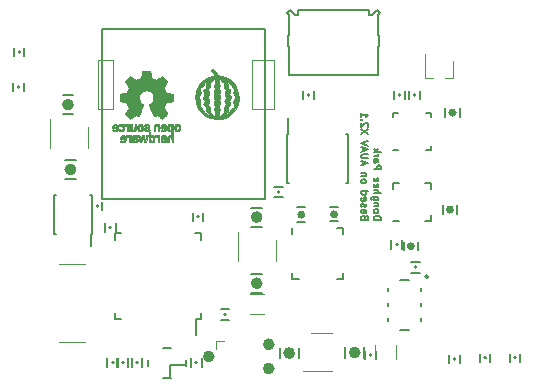
<source format=gbr>
G04 #@! TF.FileFunction,Legend,Bot*
%FSLAX46Y46*%
G04 Gerber Fmt 4.6, Leading zero omitted, Abs format (unit mm)*
G04 Created by KiCad (PCBNEW 4.0.7-e2-6376~58~ubuntu16.04.1) date Mon Mar 12 00:56:02 2018*
%MOMM*%
%LPD*%
G01*
G04 APERTURE LIST*
%ADD10C,0.100000*%
%ADD11C,0.150000*%
%ADD12C,0.120000*%
%ADD13C,0.500000*%
%ADD14C,0.010000*%
%ADD15C,0.076200*%
%ADD16C,0.149860*%
%ADD17C,0.130000*%
%ADD18C,0.170000*%
%ADD19C,0.360000*%
G04 APERTURE END LIST*
D10*
D11*
X55453571Y-36757143D02*
X56053571Y-36757143D01*
X56053571Y-36614286D01*
X56025000Y-36528571D01*
X55967857Y-36471429D01*
X55910714Y-36442857D01*
X55796429Y-36414286D01*
X55710714Y-36414286D01*
X55596429Y-36442857D01*
X55539286Y-36471429D01*
X55482143Y-36528571D01*
X55453571Y-36614286D01*
X55453571Y-36757143D01*
X55453571Y-36071429D02*
X55482143Y-36128571D01*
X55510714Y-36157143D01*
X55567857Y-36185714D01*
X55739286Y-36185714D01*
X55796429Y-36157143D01*
X55825000Y-36128571D01*
X55853571Y-36071429D01*
X55853571Y-35985714D01*
X55825000Y-35928571D01*
X55796429Y-35900000D01*
X55739286Y-35871429D01*
X55567857Y-35871429D01*
X55510714Y-35900000D01*
X55482143Y-35928571D01*
X55453571Y-35985714D01*
X55453571Y-36071429D01*
X55853571Y-35614286D02*
X55453571Y-35614286D01*
X55796429Y-35614286D02*
X55825000Y-35585714D01*
X55853571Y-35528572D01*
X55853571Y-35442857D01*
X55825000Y-35385714D01*
X55767857Y-35357143D01*
X55453571Y-35357143D01*
X55853571Y-34814286D02*
X55367857Y-34814286D01*
X55310714Y-34842857D01*
X55282143Y-34871429D01*
X55253571Y-34928572D01*
X55253571Y-35014286D01*
X55282143Y-35071429D01*
X55482143Y-34814286D02*
X55453571Y-34871429D01*
X55453571Y-34985715D01*
X55482143Y-35042857D01*
X55510714Y-35071429D01*
X55567857Y-35100000D01*
X55739286Y-35100000D01*
X55796429Y-35071429D01*
X55825000Y-35042857D01*
X55853571Y-34985715D01*
X55853571Y-34871429D01*
X55825000Y-34814286D01*
X55453571Y-34528572D02*
X56053571Y-34528572D01*
X55453571Y-34271429D02*
X55767857Y-34271429D01*
X55825000Y-34300000D01*
X55853571Y-34357143D01*
X55853571Y-34442858D01*
X55825000Y-34500000D01*
X55796429Y-34528572D01*
X55482143Y-33757143D02*
X55453571Y-33814286D01*
X55453571Y-33928572D01*
X55482143Y-33985715D01*
X55539286Y-34014286D01*
X55767857Y-34014286D01*
X55825000Y-33985715D01*
X55853571Y-33928572D01*
X55853571Y-33814286D01*
X55825000Y-33757143D01*
X55767857Y-33728572D01*
X55710714Y-33728572D01*
X55653571Y-34014286D01*
X55482143Y-33242857D02*
X55453571Y-33300000D01*
X55453571Y-33414286D01*
X55482143Y-33471429D01*
X55539286Y-33500000D01*
X55767857Y-33500000D01*
X55825000Y-33471429D01*
X55853571Y-33414286D01*
X55853571Y-33300000D01*
X55825000Y-33242857D01*
X55767857Y-33214286D01*
X55710714Y-33214286D01*
X55653571Y-33500000D01*
X55453571Y-32500000D02*
X56053571Y-32500000D01*
X56053571Y-32271428D01*
X56025000Y-32214286D01*
X55996429Y-32185714D01*
X55939286Y-32157143D01*
X55853571Y-32157143D01*
X55796429Y-32185714D01*
X55767857Y-32214286D01*
X55739286Y-32271428D01*
X55739286Y-32500000D01*
X55453571Y-31642857D02*
X55767857Y-31642857D01*
X55825000Y-31671428D01*
X55853571Y-31728571D01*
X55853571Y-31842857D01*
X55825000Y-31900000D01*
X55482143Y-31642857D02*
X55453571Y-31700000D01*
X55453571Y-31842857D01*
X55482143Y-31900000D01*
X55539286Y-31928571D01*
X55596429Y-31928571D01*
X55653571Y-31900000D01*
X55682143Y-31842857D01*
X55682143Y-31700000D01*
X55710714Y-31642857D01*
X55453571Y-31357143D02*
X55853571Y-31357143D01*
X55739286Y-31357143D02*
X55796429Y-31328571D01*
X55825000Y-31300000D01*
X55853571Y-31242857D01*
X55853571Y-31185714D01*
X55453571Y-30985714D02*
X56053571Y-30985714D01*
X55682143Y-30928571D02*
X55453571Y-30757142D01*
X55853571Y-30757142D02*
X55625000Y-30985714D01*
X54717857Y-36557143D02*
X54689286Y-36471429D01*
X54660714Y-36442857D01*
X54603571Y-36414286D01*
X54517857Y-36414286D01*
X54460714Y-36442857D01*
X54432143Y-36471429D01*
X54403571Y-36528571D01*
X54403571Y-36757143D01*
X55003571Y-36757143D01*
X55003571Y-36557143D01*
X54975000Y-36500000D01*
X54946429Y-36471429D01*
X54889286Y-36442857D01*
X54832143Y-36442857D01*
X54775000Y-36471429D01*
X54746429Y-36500000D01*
X54717857Y-36557143D01*
X54717857Y-36757143D01*
X54403571Y-35900000D02*
X54717857Y-35900000D01*
X54775000Y-35928571D01*
X54803571Y-35985714D01*
X54803571Y-36100000D01*
X54775000Y-36157143D01*
X54432143Y-35900000D02*
X54403571Y-35957143D01*
X54403571Y-36100000D01*
X54432143Y-36157143D01*
X54489286Y-36185714D01*
X54546429Y-36185714D01*
X54603571Y-36157143D01*
X54632143Y-36100000D01*
X54632143Y-35957143D01*
X54660714Y-35900000D01*
X54432143Y-35642857D02*
X54403571Y-35585714D01*
X54403571Y-35471429D01*
X54432143Y-35414286D01*
X54489286Y-35385714D01*
X54517857Y-35385714D01*
X54575000Y-35414286D01*
X54603571Y-35471429D01*
X54603571Y-35557143D01*
X54632143Y-35614286D01*
X54689286Y-35642857D01*
X54717857Y-35642857D01*
X54775000Y-35614286D01*
X54803571Y-35557143D01*
X54803571Y-35471429D01*
X54775000Y-35414286D01*
X54432143Y-34900000D02*
X54403571Y-34957143D01*
X54403571Y-35071429D01*
X54432143Y-35128572D01*
X54489286Y-35157143D01*
X54717857Y-35157143D01*
X54775000Y-35128572D01*
X54803571Y-35071429D01*
X54803571Y-34957143D01*
X54775000Y-34900000D01*
X54717857Y-34871429D01*
X54660714Y-34871429D01*
X54603571Y-35157143D01*
X54403571Y-34357143D02*
X55003571Y-34357143D01*
X54432143Y-34357143D02*
X54403571Y-34414286D01*
X54403571Y-34528572D01*
X54432143Y-34585714D01*
X54460714Y-34614286D01*
X54517857Y-34642857D01*
X54689286Y-34642857D01*
X54746429Y-34614286D01*
X54775000Y-34585714D01*
X54803571Y-34528572D01*
X54803571Y-34414286D01*
X54775000Y-34357143D01*
X54403571Y-33528572D02*
X54432143Y-33585714D01*
X54460714Y-33614286D01*
X54517857Y-33642857D01*
X54689286Y-33642857D01*
X54746429Y-33614286D01*
X54775000Y-33585714D01*
X54803571Y-33528572D01*
X54803571Y-33442857D01*
X54775000Y-33385714D01*
X54746429Y-33357143D01*
X54689286Y-33328572D01*
X54517857Y-33328572D01*
X54460714Y-33357143D01*
X54432143Y-33385714D01*
X54403571Y-33442857D01*
X54403571Y-33528572D01*
X54803571Y-33071429D02*
X54403571Y-33071429D01*
X54746429Y-33071429D02*
X54775000Y-33042857D01*
X54803571Y-32985715D01*
X54803571Y-32900000D01*
X54775000Y-32842857D01*
X54717857Y-32814286D01*
X54403571Y-32814286D01*
X54575000Y-32100000D02*
X54575000Y-31814286D01*
X54403571Y-32157143D02*
X55003571Y-31957143D01*
X54403571Y-31757143D01*
X55003571Y-31557143D02*
X54517857Y-31557143D01*
X54460714Y-31528571D01*
X54432143Y-31500000D01*
X54403571Y-31442857D01*
X54403571Y-31328571D01*
X54432143Y-31271429D01*
X54460714Y-31242857D01*
X54517857Y-31214286D01*
X55003571Y-31214286D01*
X54575000Y-30957143D02*
X54575000Y-30671429D01*
X54403571Y-31014286D02*
X55003571Y-30814286D01*
X54403571Y-30614286D01*
X55003571Y-30500000D02*
X54403571Y-30300000D01*
X55003571Y-30100000D01*
X55003571Y-29500000D02*
X54403571Y-29100000D01*
X55003571Y-29100000D02*
X54403571Y-29500000D01*
X54946429Y-28899999D02*
X54975000Y-28871428D01*
X55003571Y-28814285D01*
X55003571Y-28671428D01*
X54975000Y-28614285D01*
X54946429Y-28585714D01*
X54889286Y-28557142D01*
X54832143Y-28557142D01*
X54746429Y-28585714D01*
X54403571Y-28928571D01*
X54403571Y-28557142D01*
X54460714Y-28299999D02*
X54432143Y-28271427D01*
X54403571Y-28299999D01*
X54432143Y-28328570D01*
X54460714Y-28299999D01*
X54403571Y-28299999D01*
X54403571Y-27699999D02*
X54403571Y-28042856D01*
X54403571Y-27871428D02*
X55003571Y-27871428D01*
X54917857Y-27928571D01*
X54860714Y-27985713D01*
X54832143Y-28042856D01*
D12*
X31310000Y-28900000D02*
X31310000Y-30700000D01*
X28090000Y-30700000D02*
X28090000Y-28250000D01*
D11*
X31625000Y-37947000D02*
X31500000Y-37947000D01*
X31625000Y-34697000D02*
X31400000Y-34697000D01*
X28375000Y-34697000D02*
X28600000Y-34697000D01*
X28375000Y-37947000D02*
X28600000Y-37947000D01*
X31625000Y-37947000D02*
X31625000Y-34697000D01*
X28375000Y-37947000D02*
X28375000Y-34697000D01*
X31500000Y-37947000D02*
X31500000Y-39022000D01*
D12*
X61475000Y-24730000D02*
X62135000Y-24730000D01*
X59815000Y-24730000D02*
X60475000Y-24730000D01*
X59815000Y-24730000D02*
X59815000Y-22700000D01*
X62135000Y-23320000D02*
X62135000Y-24730000D01*
X47210000Y-38441300D02*
X47210000Y-40241300D01*
X43990000Y-40241300D02*
X43990000Y-37791300D01*
D13*
X41741198Y-48335000D02*
G75*
G03X41741198Y-48335000I-250599J0D01*
G01*
D12*
X42125000Y-47065000D02*
X42125000Y-47700000D01*
X42760000Y-47065000D02*
X42125000Y-47065000D01*
D13*
X46820599Y-49355000D02*
G75*
G03X46820599Y-49355000I-250599J0D01*
G01*
X46820599Y-47315000D02*
G75*
G03X46820599Y-47315000I-250599J0D01*
G01*
D12*
X46200000Y-43011300D02*
X45000000Y-43011300D01*
X45000000Y-44771300D02*
X46200000Y-44771300D01*
D11*
X48125000Y-29525000D02*
X48175000Y-29525000D01*
X48125000Y-33675000D02*
X48270000Y-33675000D01*
X53275000Y-33675000D02*
X53130000Y-33675000D01*
X53275000Y-29525000D02*
X53130000Y-29525000D01*
X48125000Y-29525000D02*
X48125000Y-33675000D01*
X53275000Y-29525000D02*
X53275000Y-33675000D01*
X48175000Y-29525000D02*
X48175000Y-28125000D01*
X48576622Y-41780036D02*
X49101622Y-41780036D01*
X52876622Y-37480036D02*
X52351622Y-37480036D01*
X52876622Y-41780036D02*
X52351622Y-41780036D01*
X48576622Y-37480036D02*
X48576622Y-38005036D01*
X52876622Y-37480036D02*
X52876622Y-38005036D01*
X52876622Y-41780036D02*
X52876622Y-41255036D01*
X48576622Y-41780036D02*
X48576622Y-41255036D01*
D12*
X50150000Y-46340000D02*
X51950000Y-46340000D01*
X51950000Y-49560000D02*
X49500000Y-49560000D01*
X31040000Y-40500000D02*
X28840000Y-40500000D01*
X31040000Y-47100000D02*
X28840000Y-47100000D01*
X55570000Y-47350000D02*
X55570000Y-48550000D01*
X57330000Y-48550000D02*
X57330000Y-47350000D01*
D11*
X59450000Y-42575000D02*
X59450000Y-42825000D01*
X59450000Y-43825000D02*
X59450000Y-44075000D01*
X59450000Y-45075000D02*
X59450000Y-45325000D01*
X58450000Y-46075000D02*
X57700000Y-46075000D01*
X56700000Y-45325000D02*
X56700000Y-45075000D01*
X56700000Y-44075000D02*
X56700000Y-43825000D01*
X56700000Y-42825000D02*
X56700000Y-42575000D01*
X58450000Y-41825000D02*
X57700000Y-41825000D01*
X60000000Y-41575000D02*
G75*
G03X60000000Y-41575000I-50000J0D01*
G01*
X60100000Y-41575000D02*
G75*
G03X60100000Y-41575000I-150000J0D01*
G01*
X57125000Y-27725000D02*
X57125000Y-28100000D01*
X57125000Y-27725000D02*
X57500000Y-27725000D01*
X60275000Y-27725000D02*
X60275000Y-28100000D01*
X60275000Y-27725000D02*
X59900000Y-27725000D01*
X60275000Y-30875000D02*
X60275000Y-30500000D01*
X60275000Y-30875000D02*
X59900000Y-30875000D01*
X57125000Y-30875000D02*
X57500000Y-30875000D01*
X60325000Y-36875000D02*
X60325000Y-36375000D01*
X57075000Y-33625000D02*
X57075000Y-34125000D01*
X60325000Y-33625000D02*
X60325000Y-34125000D01*
X57075000Y-36875000D02*
X57575000Y-36875000D01*
X57075000Y-33625000D02*
X57575000Y-33625000D01*
X60325000Y-33625000D02*
X59825000Y-33625000D01*
X60325000Y-36875000D02*
X59825000Y-36875000D01*
X49070000Y-19440000D02*
X49070000Y-18990000D01*
X48820000Y-19440000D02*
X49070000Y-19440000D01*
X48370000Y-18990000D02*
X48820000Y-19440000D01*
X48120000Y-19240000D02*
X48370000Y-18990000D01*
X48320000Y-19440000D02*
X48120000Y-19240000D01*
X55070000Y-19440000D02*
X55070000Y-18990000D01*
X55320000Y-19440000D02*
X55070000Y-19440000D01*
X55770000Y-18990000D02*
X55320000Y-19440000D01*
X56020000Y-19240000D02*
X55770000Y-18990000D01*
X55820000Y-19440000D02*
X56020000Y-19240000D01*
X48320000Y-21140000D02*
X48320000Y-19440000D01*
X48170000Y-21140000D02*
X48320000Y-21140000D01*
X48170000Y-22040000D02*
X48170000Y-21140000D01*
X48320000Y-22040000D02*
X48170000Y-22040000D01*
X49070000Y-18990000D02*
X55070000Y-18990000D01*
X48320000Y-24490000D02*
X48320000Y-22040000D01*
X55820000Y-24490000D02*
X55820000Y-22040000D01*
X48320000Y-24490000D02*
X55820000Y-24490000D01*
X55820000Y-22040000D02*
X55920000Y-22040000D01*
X55920000Y-22040000D02*
X55920000Y-21140000D01*
X55920000Y-21140000D02*
X55820000Y-21140000D01*
X55820000Y-21140000D02*
X55820000Y-19440000D01*
X60325000Y-36875000D02*
X60325000Y-36375000D01*
X57075000Y-33625000D02*
X57075000Y-34125000D01*
X60325000Y-33625000D02*
X60325000Y-34125000D01*
X57075000Y-36875000D02*
X57575000Y-36875000D01*
X57075000Y-33625000D02*
X57575000Y-33625000D01*
X60325000Y-33625000D02*
X59825000Y-33625000D01*
X60325000Y-36875000D02*
X59825000Y-36875000D01*
D14*
G36*
X38108759Y-28669184D02*
X38082247Y-28682282D01*
X38049553Y-28705106D01*
X38025725Y-28729996D01*
X38009406Y-28761249D01*
X37999240Y-28803166D01*
X37993872Y-28860044D01*
X37991944Y-28936184D01*
X37991831Y-28968917D01*
X37992161Y-29040656D01*
X37993527Y-29091927D01*
X37996500Y-29127404D01*
X38001649Y-29151763D01*
X38009543Y-29169680D01*
X38017757Y-29181902D01*
X38070187Y-29233905D01*
X38131930Y-29265184D01*
X38198536Y-29274592D01*
X38265558Y-29260980D01*
X38286792Y-29251354D01*
X38337624Y-29224859D01*
X38337624Y-29640052D01*
X38300525Y-29620868D01*
X38251643Y-29606025D01*
X38191561Y-29602222D01*
X38131564Y-29609243D01*
X38086256Y-29625013D01*
X38048675Y-29655047D01*
X38016564Y-29698024D01*
X38014150Y-29702436D01*
X38003967Y-29723221D01*
X37996530Y-29744170D01*
X37991411Y-29769548D01*
X37988181Y-29803618D01*
X37986413Y-29850641D01*
X37985677Y-29914882D01*
X37985544Y-29987176D01*
X37985544Y-30217822D01*
X38123861Y-30217822D01*
X38123861Y-29792533D01*
X38162549Y-29759979D01*
X38202738Y-29733940D01*
X38240797Y-29729205D01*
X38279066Y-29741389D01*
X38299462Y-29753320D01*
X38314642Y-29770313D01*
X38325438Y-29795995D01*
X38332683Y-29833991D01*
X38337208Y-29887926D01*
X38339844Y-29961425D01*
X38340772Y-30010347D01*
X38343911Y-30211535D01*
X38409926Y-30215336D01*
X38475940Y-30219136D01*
X38475940Y-28970650D01*
X38337624Y-28970650D01*
X38334097Y-29040254D01*
X38322215Y-29088569D01*
X38300020Y-29118631D01*
X38265559Y-29133471D01*
X38230742Y-29136436D01*
X38191329Y-29133028D01*
X38165171Y-29119617D01*
X38148814Y-29101896D01*
X38135937Y-29082835D01*
X38128272Y-29061601D01*
X38124861Y-29031849D01*
X38124749Y-28987236D01*
X38125897Y-28949880D01*
X38128532Y-28893604D01*
X38132456Y-28856658D01*
X38139063Y-28833223D01*
X38149749Y-28817480D01*
X38159833Y-28808380D01*
X38201970Y-28788537D01*
X38251840Y-28785332D01*
X38280476Y-28792168D01*
X38308828Y-28816464D01*
X38327609Y-28863728D01*
X38336712Y-28933624D01*
X38337624Y-28970650D01*
X38475940Y-28970650D01*
X38475940Y-28658614D01*
X38406782Y-28658614D01*
X38365260Y-28660256D01*
X38343838Y-28666087D01*
X38337626Y-28677461D01*
X38337624Y-28677798D01*
X38334742Y-28688938D01*
X38322030Y-28687673D01*
X38296757Y-28675433D01*
X38237869Y-28656707D01*
X38171615Y-28654739D01*
X38108759Y-28669184D01*
X38108759Y-28669184D01*
G37*
X38108759Y-28669184D02*
X38082247Y-28682282D01*
X38049553Y-28705106D01*
X38025725Y-28729996D01*
X38009406Y-28761249D01*
X37999240Y-28803166D01*
X37993872Y-28860044D01*
X37991944Y-28936184D01*
X37991831Y-28968917D01*
X37992161Y-29040656D01*
X37993527Y-29091927D01*
X37996500Y-29127404D01*
X38001649Y-29151763D01*
X38009543Y-29169680D01*
X38017757Y-29181902D01*
X38070187Y-29233905D01*
X38131930Y-29265184D01*
X38198536Y-29274592D01*
X38265558Y-29260980D01*
X38286792Y-29251354D01*
X38337624Y-29224859D01*
X38337624Y-29640052D01*
X38300525Y-29620868D01*
X38251643Y-29606025D01*
X38191561Y-29602222D01*
X38131564Y-29609243D01*
X38086256Y-29625013D01*
X38048675Y-29655047D01*
X38016564Y-29698024D01*
X38014150Y-29702436D01*
X38003967Y-29723221D01*
X37996530Y-29744170D01*
X37991411Y-29769548D01*
X37988181Y-29803618D01*
X37986413Y-29850641D01*
X37985677Y-29914882D01*
X37985544Y-29987176D01*
X37985544Y-30217822D01*
X38123861Y-30217822D01*
X38123861Y-29792533D01*
X38162549Y-29759979D01*
X38202738Y-29733940D01*
X38240797Y-29729205D01*
X38279066Y-29741389D01*
X38299462Y-29753320D01*
X38314642Y-29770313D01*
X38325438Y-29795995D01*
X38332683Y-29833991D01*
X38337208Y-29887926D01*
X38339844Y-29961425D01*
X38340772Y-30010347D01*
X38343911Y-30211535D01*
X38409926Y-30215336D01*
X38475940Y-30219136D01*
X38475940Y-28970650D01*
X38337624Y-28970650D01*
X38334097Y-29040254D01*
X38322215Y-29088569D01*
X38300020Y-29118631D01*
X38265559Y-29133471D01*
X38230742Y-29136436D01*
X38191329Y-29133028D01*
X38165171Y-29119617D01*
X38148814Y-29101896D01*
X38135937Y-29082835D01*
X38128272Y-29061601D01*
X38124861Y-29031849D01*
X38124749Y-28987236D01*
X38125897Y-28949880D01*
X38128532Y-28893604D01*
X38132456Y-28856658D01*
X38139063Y-28833223D01*
X38149749Y-28817480D01*
X38159833Y-28808380D01*
X38201970Y-28788537D01*
X38251840Y-28785332D01*
X38280476Y-28792168D01*
X38308828Y-28816464D01*
X38327609Y-28863728D01*
X38336712Y-28933624D01*
X38337624Y-28970650D01*
X38475940Y-28970650D01*
X38475940Y-28658614D01*
X38406782Y-28658614D01*
X38365260Y-28660256D01*
X38343838Y-28666087D01*
X38337626Y-28677461D01*
X38337624Y-28677798D01*
X38334742Y-28688938D01*
X38322030Y-28687673D01*
X38296757Y-28675433D01*
X38237869Y-28656707D01*
X38171615Y-28654739D01*
X38108759Y-28669184D01*
G36*
X37584210Y-29606555D02*
X37525055Y-29622339D01*
X37480023Y-29650948D01*
X37448246Y-29688419D01*
X37438366Y-29704411D01*
X37431073Y-29721163D01*
X37425974Y-29742592D01*
X37422679Y-29772616D01*
X37420797Y-29815154D01*
X37419937Y-29874122D01*
X37419707Y-29953440D01*
X37419703Y-29974484D01*
X37419703Y-30217822D01*
X37480059Y-30217822D01*
X37518557Y-30215126D01*
X37547023Y-30208295D01*
X37554155Y-30204083D01*
X37573652Y-30196813D01*
X37593566Y-30204083D01*
X37626353Y-30213160D01*
X37673978Y-30216813D01*
X37726764Y-30215228D01*
X37775036Y-30208589D01*
X37803218Y-30200072D01*
X37857753Y-30165063D01*
X37891835Y-30116479D01*
X37907157Y-30051882D01*
X37907299Y-30050223D01*
X37905955Y-30021566D01*
X37784356Y-30021566D01*
X37773726Y-30054161D01*
X37756410Y-30072505D01*
X37721652Y-30086379D01*
X37675773Y-30091917D01*
X37628988Y-30089191D01*
X37591514Y-30078274D01*
X37581015Y-30071269D01*
X37562668Y-30038904D01*
X37558020Y-30002111D01*
X37558020Y-29953763D01*
X37627582Y-29953763D01*
X37693667Y-29958850D01*
X37743764Y-29973263D01*
X37774929Y-29995729D01*
X37784356Y-30021566D01*
X37905955Y-30021566D01*
X37903987Y-29979647D01*
X37880710Y-29923845D01*
X37836948Y-29881647D01*
X37830899Y-29877808D01*
X37804907Y-29865309D01*
X37772735Y-29857740D01*
X37727760Y-29854061D01*
X37674331Y-29853216D01*
X37558020Y-29853169D01*
X37558020Y-29804411D01*
X37562953Y-29766581D01*
X37575543Y-29741236D01*
X37577017Y-29739887D01*
X37605034Y-29728800D01*
X37647326Y-29724503D01*
X37694064Y-29726615D01*
X37735418Y-29734756D01*
X37759957Y-29746965D01*
X37773253Y-29756746D01*
X37787294Y-29758613D01*
X37806671Y-29750600D01*
X37835976Y-29730739D01*
X37879803Y-29697063D01*
X37883825Y-29693909D01*
X37881764Y-29682236D01*
X37864568Y-29662822D01*
X37838433Y-29641248D01*
X37809552Y-29623096D01*
X37800478Y-29618809D01*
X37767380Y-29610256D01*
X37718880Y-29604155D01*
X37664695Y-29601708D01*
X37662161Y-29601703D01*
X37584210Y-29606555D01*
X37584210Y-29606555D01*
G37*
X37584210Y-29606555D02*
X37525055Y-29622339D01*
X37480023Y-29650948D01*
X37448246Y-29688419D01*
X37438366Y-29704411D01*
X37431073Y-29721163D01*
X37425974Y-29742592D01*
X37422679Y-29772616D01*
X37420797Y-29815154D01*
X37419937Y-29874122D01*
X37419707Y-29953440D01*
X37419703Y-29974484D01*
X37419703Y-30217822D01*
X37480059Y-30217822D01*
X37518557Y-30215126D01*
X37547023Y-30208295D01*
X37554155Y-30204083D01*
X37573652Y-30196813D01*
X37593566Y-30204083D01*
X37626353Y-30213160D01*
X37673978Y-30216813D01*
X37726764Y-30215228D01*
X37775036Y-30208589D01*
X37803218Y-30200072D01*
X37857753Y-30165063D01*
X37891835Y-30116479D01*
X37907157Y-30051882D01*
X37907299Y-30050223D01*
X37905955Y-30021566D01*
X37784356Y-30021566D01*
X37773726Y-30054161D01*
X37756410Y-30072505D01*
X37721652Y-30086379D01*
X37675773Y-30091917D01*
X37628988Y-30089191D01*
X37591514Y-30078274D01*
X37581015Y-30071269D01*
X37562668Y-30038904D01*
X37558020Y-30002111D01*
X37558020Y-29953763D01*
X37627582Y-29953763D01*
X37693667Y-29958850D01*
X37743764Y-29973263D01*
X37774929Y-29995729D01*
X37784356Y-30021566D01*
X37905955Y-30021566D01*
X37903987Y-29979647D01*
X37880710Y-29923845D01*
X37836948Y-29881647D01*
X37830899Y-29877808D01*
X37804907Y-29865309D01*
X37772735Y-29857740D01*
X37727760Y-29854061D01*
X37674331Y-29853216D01*
X37558020Y-29853169D01*
X37558020Y-29804411D01*
X37562953Y-29766581D01*
X37575543Y-29741236D01*
X37577017Y-29739887D01*
X37605034Y-29728800D01*
X37647326Y-29724503D01*
X37694064Y-29726615D01*
X37735418Y-29734756D01*
X37759957Y-29746965D01*
X37773253Y-29756746D01*
X37787294Y-29758613D01*
X37806671Y-29750600D01*
X37835976Y-29730739D01*
X37879803Y-29697063D01*
X37883825Y-29693909D01*
X37881764Y-29682236D01*
X37864568Y-29662822D01*
X37838433Y-29641248D01*
X37809552Y-29623096D01*
X37800478Y-29618809D01*
X37767380Y-29610256D01*
X37718880Y-29604155D01*
X37664695Y-29601708D01*
X37662161Y-29601703D01*
X37584210Y-29606555D01*
G36*
X37193356Y-29603020D02*
X37174539Y-29608660D01*
X37168473Y-29621053D01*
X37168218Y-29626647D01*
X37167129Y-29642230D01*
X37159632Y-29644676D01*
X37139381Y-29633993D01*
X37127351Y-29626694D01*
X37089400Y-29611063D01*
X37044072Y-29603334D01*
X36996544Y-29602740D01*
X36951995Y-29608513D01*
X36915602Y-29619884D01*
X36892543Y-29636088D01*
X36887996Y-29656355D01*
X36890291Y-29661843D01*
X36907020Y-29684626D01*
X36932963Y-29712647D01*
X36937655Y-29717177D01*
X36962383Y-29738005D01*
X36983718Y-29744735D01*
X37013555Y-29740038D01*
X37025508Y-29736917D01*
X37062705Y-29729421D01*
X37088859Y-29732792D01*
X37110946Y-29744681D01*
X37131178Y-29760635D01*
X37146079Y-29780700D01*
X37156434Y-29808702D01*
X37163029Y-29848467D01*
X37166649Y-29903823D01*
X37168078Y-29978594D01*
X37168218Y-30023740D01*
X37168218Y-30217822D01*
X37293960Y-30217822D01*
X37293960Y-29601683D01*
X37231089Y-29601683D01*
X37193356Y-29603020D01*
X37193356Y-29603020D01*
G37*
X37193356Y-29603020D02*
X37174539Y-29608660D01*
X37168473Y-29621053D01*
X37168218Y-29626647D01*
X37167129Y-29642230D01*
X37159632Y-29644676D01*
X37139381Y-29633993D01*
X37127351Y-29626694D01*
X37089400Y-29611063D01*
X37044072Y-29603334D01*
X36996544Y-29602740D01*
X36951995Y-29608513D01*
X36915602Y-29619884D01*
X36892543Y-29636088D01*
X36887996Y-29656355D01*
X36890291Y-29661843D01*
X36907020Y-29684626D01*
X36932963Y-29712647D01*
X36937655Y-29717177D01*
X36962383Y-29738005D01*
X36983718Y-29744735D01*
X37013555Y-29740038D01*
X37025508Y-29736917D01*
X37062705Y-29729421D01*
X37088859Y-29732792D01*
X37110946Y-29744681D01*
X37131178Y-29760635D01*
X37146079Y-29780700D01*
X37156434Y-29808702D01*
X37163029Y-29848467D01*
X37166649Y-29903823D01*
X37168078Y-29978594D01*
X37168218Y-30023740D01*
X37168218Y-30217822D01*
X37293960Y-30217822D01*
X37293960Y-29601683D01*
X37231089Y-29601683D01*
X37193356Y-29603020D01*
G36*
X36401188Y-30217822D02*
X36470346Y-30217822D01*
X36510488Y-30216645D01*
X36531394Y-30211772D01*
X36538922Y-30201186D01*
X36539505Y-30194029D01*
X36540774Y-30179676D01*
X36548779Y-30176923D01*
X36569815Y-30185771D01*
X36586173Y-30194029D01*
X36648977Y-30213597D01*
X36717248Y-30214729D01*
X36772752Y-30200135D01*
X36824438Y-30164877D01*
X36863838Y-30112835D01*
X36885413Y-30051450D01*
X36885962Y-30048018D01*
X36889167Y-30010571D01*
X36890761Y-29956813D01*
X36890633Y-29916155D01*
X36753279Y-29916155D01*
X36750097Y-29970194D01*
X36742859Y-30014735D01*
X36733060Y-30039888D01*
X36695989Y-30074260D01*
X36651974Y-30086582D01*
X36606584Y-30076618D01*
X36567797Y-30046895D01*
X36553108Y-30026905D01*
X36544519Y-30003050D01*
X36540496Y-29968230D01*
X36539505Y-29915930D01*
X36541278Y-29864139D01*
X36545963Y-29818634D01*
X36552603Y-29788181D01*
X36553710Y-29785452D01*
X36580491Y-29753000D01*
X36619579Y-29735183D01*
X36663315Y-29732306D01*
X36704038Y-29744674D01*
X36734087Y-29772593D01*
X36737204Y-29778148D01*
X36746961Y-29812022D01*
X36752277Y-29860728D01*
X36753279Y-29916155D01*
X36890633Y-29916155D01*
X36890568Y-29895540D01*
X36889664Y-29862563D01*
X36883514Y-29780981D01*
X36870733Y-29719730D01*
X36849471Y-29674449D01*
X36817878Y-29640779D01*
X36787207Y-29621014D01*
X36744354Y-29607120D01*
X36691056Y-29602354D01*
X36636480Y-29606236D01*
X36589792Y-29618282D01*
X36565124Y-29632693D01*
X36539505Y-29655878D01*
X36539505Y-29362773D01*
X36401188Y-29362773D01*
X36401188Y-30217822D01*
X36401188Y-30217822D01*
G37*
X36401188Y-30217822D02*
X36470346Y-30217822D01*
X36510488Y-30216645D01*
X36531394Y-30211772D01*
X36538922Y-30201186D01*
X36539505Y-30194029D01*
X36540774Y-30179676D01*
X36548779Y-30176923D01*
X36569815Y-30185771D01*
X36586173Y-30194029D01*
X36648977Y-30213597D01*
X36717248Y-30214729D01*
X36772752Y-30200135D01*
X36824438Y-30164877D01*
X36863838Y-30112835D01*
X36885413Y-30051450D01*
X36885962Y-30048018D01*
X36889167Y-30010571D01*
X36890761Y-29956813D01*
X36890633Y-29916155D01*
X36753279Y-29916155D01*
X36750097Y-29970194D01*
X36742859Y-30014735D01*
X36733060Y-30039888D01*
X36695989Y-30074260D01*
X36651974Y-30086582D01*
X36606584Y-30076618D01*
X36567797Y-30046895D01*
X36553108Y-30026905D01*
X36544519Y-30003050D01*
X36540496Y-29968230D01*
X36539505Y-29915930D01*
X36541278Y-29864139D01*
X36545963Y-29818634D01*
X36552603Y-29788181D01*
X36553710Y-29785452D01*
X36580491Y-29753000D01*
X36619579Y-29735183D01*
X36663315Y-29732306D01*
X36704038Y-29744674D01*
X36734087Y-29772593D01*
X36737204Y-29778148D01*
X36746961Y-29812022D01*
X36752277Y-29860728D01*
X36753279Y-29916155D01*
X36890633Y-29916155D01*
X36890568Y-29895540D01*
X36889664Y-29862563D01*
X36883514Y-29780981D01*
X36870733Y-29719730D01*
X36849471Y-29674449D01*
X36817878Y-29640779D01*
X36787207Y-29621014D01*
X36744354Y-29607120D01*
X36691056Y-29602354D01*
X36636480Y-29606236D01*
X36589792Y-29618282D01*
X36565124Y-29632693D01*
X36539505Y-29655878D01*
X36539505Y-29362773D01*
X36401188Y-29362773D01*
X36401188Y-30217822D01*
G36*
X35918476Y-29604237D02*
X35868745Y-29607971D01*
X35738709Y-29997773D01*
X35718322Y-29928614D01*
X35706054Y-29885874D01*
X35689915Y-29828115D01*
X35672488Y-29764625D01*
X35663274Y-29730570D01*
X35628612Y-29601683D01*
X35485609Y-29601683D01*
X35528354Y-29736857D01*
X35549404Y-29803342D01*
X35574833Y-29883539D01*
X35601390Y-29967193D01*
X35625098Y-30041782D01*
X35679098Y-30211535D01*
X35737402Y-30215328D01*
X35795705Y-30219122D01*
X35827321Y-30114734D01*
X35846818Y-30049889D01*
X35868096Y-29978400D01*
X35886692Y-29915263D01*
X35887426Y-29912750D01*
X35901316Y-29869969D01*
X35913571Y-29840779D01*
X35922154Y-29829741D01*
X35923918Y-29831018D01*
X35930109Y-29848130D01*
X35941872Y-29884787D01*
X35957775Y-29936378D01*
X35976386Y-29998294D01*
X35986457Y-30032352D01*
X36040993Y-30217822D01*
X36156736Y-30217822D01*
X36249263Y-29925471D01*
X36275256Y-29843462D01*
X36298934Y-29768987D01*
X36319180Y-29705544D01*
X36334874Y-29656632D01*
X36344898Y-29625749D01*
X36347945Y-29616726D01*
X36345533Y-29607487D01*
X36326592Y-29603441D01*
X36287177Y-29603846D01*
X36281007Y-29604152D01*
X36207914Y-29607971D01*
X36160043Y-29784010D01*
X36142447Y-29848211D01*
X36126723Y-29904649D01*
X36114254Y-29948422D01*
X36106426Y-29974630D01*
X36104980Y-29978903D01*
X36098986Y-29973990D01*
X36086899Y-29948532D01*
X36070107Y-29905997D01*
X36049997Y-29849850D01*
X36032997Y-29799130D01*
X35968206Y-29600504D01*
X35918476Y-29604237D01*
X35918476Y-29604237D01*
G37*
X35918476Y-29604237D02*
X35868745Y-29607971D01*
X35738709Y-29997773D01*
X35718322Y-29928614D01*
X35706054Y-29885874D01*
X35689915Y-29828115D01*
X35672488Y-29764625D01*
X35663274Y-29730570D01*
X35628612Y-29601683D01*
X35485609Y-29601683D01*
X35528354Y-29736857D01*
X35549404Y-29803342D01*
X35574833Y-29883539D01*
X35601390Y-29967193D01*
X35625098Y-30041782D01*
X35679098Y-30211535D01*
X35737402Y-30215328D01*
X35795705Y-30219122D01*
X35827321Y-30114734D01*
X35846818Y-30049889D01*
X35868096Y-29978400D01*
X35886692Y-29915263D01*
X35887426Y-29912750D01*
X35901316Y-29869969D01*
X35913571Y-29840779D01*
X35922154Y-29829741D01*
X35923918Y-29831018D01*
X35930109Y-29848130D01*
X35941872Y-29884787D01*
X35957775Y-29936378D01*
X35976386Y-29998294D01*
X35986457Y-30032352D01*
X36040993Y-30217822D01*
X36156736Y-30217822D01*
X36249263Y-29925471D01*
X36275256Y-29843462D01*
X36298934Y-29768987D01*
X36319180Y-29705544D01*
X36334874Y-29656632D01*
X36344898Y-29625749D01*
X36347945Y-29616726D01*
X36345533Y-29607487D01*
X36326592Y-29603441D01*
X36287177Y-29603846D01*
X36281007Y-29604152D01*
X36207914Y-29607971D01*
X36160043Y-29784010D01*
X36142447Y-29848211D01*
X36126723Y-29904649D01*
X36114254Y-29948422D01*
X36106426Y-29974630D01*
X36104980Y-29978903D01*
X36098986Y-29973990D01*
X36086899Y-29948532D01*
X36070107Y-29905997D01*
X36049997Y-29849850D01*
X36032997Y-29799130D01*
X35968206Y-29600504D01*
X35918476Y-29604237D01*
G36*
X35161589Y-29605417D02*
X35108589Y-29618290D01*
X35093269Y-29625110D01*
X35063572Y-29642974D01*
X35040780Y-29663093D01*
X35023917Y-29688962D01*
X35012002Y-29724073D01*
X35004058Y-29771920D01*
X34999106Y-29835996D01*
X34996169Y-29919794D01*
X34995053Y-29975768D01*
X34990948Y-30217822D01*
X35061068Y-30217822D01*
X35103607Y-30216038D01*
X35125524Y-30209942D01*
X35131188Y-30199706D01*
X35134179Y-30188637D01*
X35147549Y-30190754D01*
X35165767Y-30199629D01*
X35211376Y-30213233D01*
X35269993Y-30216899D01*
X35331646Y-30210903D01*
X35386362Y-30195521D01*
X35391270Y-30193386D01*
X35441277Y-30158255D01*
X35474244Y-30109419D01*
X35489413Y-30052333D01*
X35488254Y-30031824D01*
X35364492Y-30031824D01*
X35353587Y-30059425D01*
X35321255Y-30079204D01*
X35269090Y-30089819D01*
X35241213Y-30091228D01*
X35194753Y-30087620D01*
X35163871Y-30073597D01*
X35156336Y-30066931D01*
X35135924Y-30030666D01*
X35131188Y-29997773D01*
X35131188Y-29953763D01*
X35192487Y-29953763D01*
X35263744Y-29957395D01*
X35313724Y-29968818D01*
X35345304Y-29988824D01*
X35352374Y-29997743D01*
X35364492Y-30031824D01*
X35488254Y-30031824D01*
X35486029Y-29992456D01*
X35463337Y-29935244D01*
X35432376Y-29896580D01*
X35413624Y-29879864D01*
X35395267Y-29868878D01*
X35371381Y-29862180D01*
X35336043Y-29858326D01*
X35283331Y-29855873D01*
X35262423Y-29855168D01*
X35131188Y-29850879D01*
X35131380Y-29811158D01*
X35136463Y-29769405D01*
X35154838Y-29744158D01*
X35191961Y-29728030D01*
X35192957Y-29727742D01*
X35245590Y-29721400D01*
X35297094Y-29729684D01*
X35335370Y-29749827D01*
X35350728Y-29759773D01*
X35367270Y-29758397D01*
X35392725Y-29743987D01*
X35407672Y-29733817D01*
X35436909Y-29712088D01*
X35455020Y-29695800D01*
X35457926Y-29691137D01*
X35445960Y-29667005D01*
X35410604Y-29638185D01*
X35395247Y-29628461D01*
X35351099Y-29611714D01*
X35291602Y-29602227D01*
X35225513Y-29600095D01*
X35161589Y-29605417D01*
X35161589Y-29605417D01*
G37*
X35161589Y-29605417D02*
X35108589Y-29618290D01*
X35093269Y-29625110D01*
X35063572Y-29642974D01*
X35040780Y-29663093D01*
X35023917Y-29688962D01*
X35012002Y-29724073D01*
X35004058Y-29771920D01*
X34999106Y-29835996D01*
X34996169Y-29919794D01*
X34995053Y-29975768D01*
X34990948Y-30217822D01*
X35061068Y-30217822D01*
X35103607Y-30216038D01*
X35125524Y-30209942D01*
X35131188Y-30199706D01*
X35134179Y-30188637D01*
X35147549Y-30190754D01*
X35165767Y-30199629D01*
X35211376Y-30213233D01*
X35269993Y-30216899D01*
X35331646Y-30210903D01*
X35386362Y-30195521D01*
X35391270Y-30193386D01*
X35441277Y-30158255D01*
X35474244Y-30109419D01*
X35489413Y-30052333D01*
X35488254Y-30031824D01*
X35364492Y-30031824D01*
X35353587Y-30059425D01*
X35321255Y-30079204D01*
X35269090Y-30089819D01*
X35241213Y-30091228D01*
X35194753Y-30087620D01*
X35163871Y-30073597D01*
X35156336Y-30066931D01*
X35135924Y-30030666D01*
X35131188Y-29997773D01*
X35131188Y-29953763D01*
X35192487Y-29953763D01*
X35263744Y-29957395D01*
X35313724Y-29968818D01*
X35345304Y-29988824D01*
X35352374Y-29997743D01*
X35364492Y-30031824D01*
X35488254Y-30031824D01*
X35486029Y-29992456D01*
X35463337Y-29935244D01*
X35432376Y-29896580D01*
X35413624Y-29879864D01*
X35395267Y-29868878D01*
X35371381Y-29862180D01*
X35336043Y-29858326D01*
X35283331Y-29855873D01*
X35262423Y-29855168D01*
X35131188Y-29850879D01*
X35131380Y-29811158D01*
X35136463Y-29769405D01*
X35154838Y-29744158D01*
X35191961Y-29728030D01*
X35192957Y-29727742D01*
X35245590Y-29721400D01*
X35297094Y-29729684D01*
X35335370Y-29749827D01*
X35350728Y-29759773D01*
X35367270Y-29758397D01*
X35392725Y-29743987D01*
X35407672Y-29733817D01*
X35436909Y-29712088D01*
X35455020Y-29695800D01*
X35457926Y-29691137D01*
X35445960Y-29667005D01*
X35410604Y-29638185D01*
X35395247Y-29628461D01*
X35351099Y-29611714D01*
X35291602Y-29602227D01*
X35225513Y-29600095D01*
X35161589Y-29605417D01*
G36*
X34564745Y-29601486D02*
X34516405Y-29611015D01*
X34488886Y-29625125D01*
X34459936Y-29648568D01*
X34501124Y-29700571D01*
X34526518Y-29732064D01*
X34543762Y-29747428D01*
X34560898Y-29749776D01*
X34585973Y-29742217D01*
X34597743Y-29737941D01*
X34645730Y-29731631D01*
X34689676Y-29745156D01*
X34721940Y-29775710D01*
X34727181Y-29785452D01*
X34732888Y-29811258D01*
X34737294Y-29858817D01*
X34740189Y-29924758D01*
X34741369Y-30005710D01*
X34741386Y-30017226D01*
X34741386Y-30217822D01*
X34879703Y-30217822D01*
X34879703Y-29601683D01*
X34810544Y-29601683D01*
X34770667Y-29602725D01*
X34749893Y-29607358D01*
X34742211Y-29617849D01*
X34741386Y-29627745D01*
X34741386Y-29653806D01*
X34708255Y-29627745D01*
X34670265Y-29609965D01*
X34619230Y-29601174D01*
X34564745Y-29601486D01*
X34564745Y-29601486D01*
G37*
X34564745Y-29601486D02*
X34516405Y-29611015D01*
X34488886Y-29625125D01*
X34459936Y-29648568D01*
X34501124Y-29700571D01*
X34526518Y-29732064D01*
X34543762Y-29747428D01*
X34560898Y-29749776D01*
X34585973Y-29742217D01*
X34597743Y-29737941D01*
X34645730Y-29731631D01*
X34689676Y-29745156D01*
X34721940Y-29775710D01*
X34727181Y-29785452D01*
X34732888Y-29811258D01*
X34737294Y-29858817D01*
X34740189Y-29924758D01*
X34741369Y-30005710D01*
X34741386Y-30017226D01*
X34741386Y-30217822D01*
X34879703Y-30217822D01*
X34879703Y-29601683D01*
X34810544Y-29601683D01*
X34770667Y-29602725D01*
X34749893Y-29607358D01*
X34742211Y-29617849D01*
X34741386Y-29627745D01*
X34741386Y-29653806D01*
X34708255Y-29627745D01*
X34670265Y-29609965D01*
X34619230Y-29601174D01*
X34564745Y-29601486D01*
G36*
X34167419Y-29604970D02*
X34107315Y-29620597D01*
X34056979Y-29652848D01*
X34032607Y-29676940D01*
X33992655Y-29733895D01*
X33969758Y-29799965D01*
X33961892Y-29881182D01*
X33961852Y-29887748D01*
X33961782Y-29953763D01*
X34341736Y-29953763D01*
X34333637Y-29988342D01*
X34319013Y-30019659D01*
X34293419Y-30052291D01*
X34288065Y-30057500D01*
X34242057Y-30085694D01*
X34189590Y-30090475D01*
X34129197Y-30071926D01*
X34118960Y-30066931D01*
X34087561Y-30051745D01*
X34066530Y-30043094D01*
X34062861Y-30042293D01*
X34050052Y-30050063D01*
X34025622Y-30069072D01*
X34013221Y-30079460D01*
X33987524Y-30103321D01*
X33979085Y-30119077D01*
X33984942Y-30133571D01*
X33988072Y-30137534D01*
X34009275Y-30154879D01*
X34044262Y-30175959D01*
X34068663Y-30188265D01*
X34137928Y-30209946D01*
X34214612Y-30216971D01*
X34287235Y-30208647D01*
X34307574Y-30202686D01*
X34370524Y-30168952D01*
X34417185Y-30117045D01*
X34447827Y-30046459D01*
X34462718Y-29956692D01*
X34464353Y-29909753D01*
X34459579Y-29841413D01*
X34339010Y-29841413D01*
X34327348Y-29846465D01*
X34296002Y-29850429D01*
X34250429Y-29852768D01*
X34219554Y-29853169D01*
X34164019Y-29852783D01*
X34128967Y-29850975D01*
X34109738Y-29846773D01*
X34101670Y-29839203D01*
X34100099Y-29828218D01*
X34110879Y-29794381D01*
X34138020Y-29760940D01*
X34173723Y-29735272D01*
X34209440Y-29724772D01*
X34257952Y-29734086D01*
X34299947Y-29761013D01*
X34329064Y-29799827D01*
X34339010Y-29841413D01*
X34459579Y-29841413D01*
X34457401Y-29810236D01*
X34435945Y-29730949D01*
X34399530Y-29671263D01*
X34347703Y-29630549D01*
X34280010Y-29608179D01*
X34243338Y-29603871D01*
X34167419Y-29604970D01*
X34167419Y-29604970D01*
G37*
X34167419Y-29604970D02*
X34107315Y-29620597D01*
X34056979Y-29652848D01*
X34032607Y-29676940D01*
X33992655Y-29733895D01*
X33969758Y-29799965D01*
X33961892Y-29881182D01*
X33961852Y-29887748D01*
X33961782Y-29953763D01*
X34341736Y-29953763D01*
X34333637Y-29988342D01*
X34319013Y-30019659D01*
X34293419Y-30052291D01*
X34288065Y-30057500D01*
X34242057Y-30085694D01*
X34189590Y-30090475D01*
X34129197Y-30071926D01*
X34118960Y-30066931D01*
X34087561Y-30051745D01*
X34066530Y-30043094D01*
X34062861Y-30042293D01*
X34050052Y-30050063D01*
X34025622Y-30069072D01*
X34013221Y-30079460D01*
X33987524Y-30103321D01*
X33979085Y-30119077D01*
X33984942Y-30133571D01*
X33988072Y-30137534D01*
X34009275Y-30154879D01*
X34044262Y-30175959D01*
X34068663Y-30188265D01*
X34137928Y-30209946D01*
X34214612Y-30216971D01*
X34287235Y-30208647D01*
X34307574Y-30202686D01*
X34370524Y-30168952D01*
X34417185Y-30117045D01*
X34447827Y-30046459D01*
X34462718Y-29956692D01*
X34464353Y-29909753D01*
X34459579Y-29841413D01*
X34339010Y-29841413D01*
X34327348Y-29846465D01*
X34296002Y-29850429D01*
X34250429Y-29852768D01*
X34219554Y-29853169D01*
X34164019Y-29852783D01*
X34128967Y-29850975D01*
X34109738Y-29846773D01*
X34101670Y-29839203D01*
X34100099Y-29828218D01*
X34110879Y-29794381D01*
X34138020Y-29760940D01*
X34173723Y-29735272D01*
X34209440Y-29724772D01*
X34257952Y-29734086D01*
X34299947Y-29761013D01*
X34329064Y-29799827D01*
X34339010Y-29841413D01*
X34459579Y-29841413D01*
X34457401Y-29810236D01*
X34435945Y-29730949D01*
X34399530Y-29671263D01*
X34347703Y-29630549D01*
X34280010Y-29608179D01*
X34243338Y-29603871D01*
X34167419Y-29604970D01*
G36*
X38738261Y-28665148D02*
X38672479Y-28694231D01*
X38622540Y-28742793D01*
X38588374Y-28810908D01*
X38569907Y-28898651D01*
X38568583Y-28912351D01*
X38567546Y-29008939D01*
X38580993Y-29093602D01*
X38608108Y-29162221D01*
X38622627Y-29184294D01*
X38673201Y-29231011D01*
X38737609Y-29261268D01*
X38809666Y-29273824D01*
X38883185Y-29267439D01*
X38939072Y-29247772D01*
X38987132Y-29214629D01*
X39026412Y-29171175D01*
X39027092Y-29170158D01*
X39043044Y-29143338D01*
X39053410Y-29116368D01*
X39059688Y-29082332D01*
X39063373Y-29034310D01*
X39064997Y-28994931D01*
X39065672Y-28959219D01*
X38939955Y-28959219D01*
X38938726Y-28994770D01*
X38934266Y-29042094D01*
X38926397Y-29072465D01*
X38912207Y-29094072D01*
X38898917Y-29106694D01*
X38851802Y-29133122D01*
X38802505Y-29136653D01*
X38756593Y-29117639D01*
X38733638Y-29096331D01*
X38717096Y-29074859D01*
X38707421Y-29054313D01*
X38703174Y-29027574D01*
X38702920Y-28987523D01*
X38704228Y-28950638D01*
X38707043Y-28897947D01*
X38711505Y-28863772D01*
X38719548Y-28841480D01*
X38733103Y-28824442D01*
X38743845Y-28814703D01*
X38788777Y-28789123D01*
X38837249Y-28787847D01*
X38877894Y-28802999D01*
X38912567Y-28834642D01*
X38933224Y-28886620D01*
X38939955Y-28959219D01*
X39065672Y-28959219D01*
X39066479Y-28916621D01*
X39063948Y-28858056D01*
X39056362Y-28814007D01*
X39042681Y-28779248D01*
X39021865Y-28748551D01*
X39014147Y-28739436D01*
X38965889Y-28694021D01*
X38914128Y-28667493D01*
X38850828Y-28656379D01*
X38819961Y-28655471D01*
X38738261Y-28665148D01*
X38738261Y-28665148D01*
G37*
X38738261Y-28665148D02*
X38672479Y-28694231D01*
X38622540Y-28742793D01*
X38588374Y-28810908D01*
X38569907Y-28898651D01*
X38568583Y-28912351D01*
X38567546Y-29008939D01*
X38580993Y-29093602D01*
X38608108Y-29162221D01*
X38622627Y-29184294D01*
X38673201Y-29231011D01*
X38737609Y-29261268D01*
X38809666Y-29273824D01*
X38883185Y-29267439D01*
X38939072Y-29247772D01*
X38987132Y-29214629D01*
X39026412Y-29171175D01*
X39027092Y-29170158D01*
X39043044Y-29143338D01*
X39053410Y-29116368D01*
X39059688Y-29082332D01*
X39063373Y-29034310D01*
X39064997Y-28994931D01*
X39065672Y-28959219D01*
X38939955Y-28959219D01*
X38938726Y-28994770D01*
X38934266Y-29042094D01*
X38926397Y-29072465D01*
X38912207Y-29094072D01*
X38898917Y-29106694D01*
X38851802Y-29133122D01*
X38802505Y-29136653D01*
X38756593Y-29117639D01*
X38733638Y-29096331D01*
X38717096Y-29074859D01*
X38707421Y-29054313D01*
X38703174Y-29027574D01*
X38702920Y-28987523D01*
X38704228Y-28950638D01*
X38707043Y-28897947D01*
X38711505Y-28863772D01*
X38719548Y-28841480D01*
X38733103Y-28824442D01*
X38743845Y-28814703D01*
X38788777Y-28789123D01*
X38837249Y-28787847D01*
X38877894Y-28802999D01*
X38912567Y-28834642D01*
X38933224Y-28886620D01*
X38939955Y-28959219D01*
X39065672Y-28959219D01*
X39066479Y-28916621D01*
X39063948Y-28858056D01*
X39056362Y-28814007D01*
X39042681Y-28779248D01*
X39021865Y-28748551D01*
X39014147Y-28739436D01*
X38965889Y-28694021D01*
X38914128Y-28667493D01*
X38850828Y-28656379D01*
X38819961Y-28655471D01*
X38738261Y-28665148D01*
G36*
X37556699Y-28672614D02*
X37544168Y-28678514D01*
X37500799Y-28710283D01*
X37459790Y-28756646D01*
X37429168Y-28807696D01*
X37420459Y-28831166D01*
X37412512Y-28873091D01*
X37407774Y-28923757D01*
X37407199Y-28944679D01*
X37407129Y-29010693D01*
X37787083Y-29010693D01*
X37778983Y-29045273D01*
X37759104Y-29086170D01*
X37724347Y-29121514D01*
X37682998Y-29144282D01*
X37656649Y-29149010D01*
X37620916Y-29143273D01*
X37578282Y-29128882D01*
X37563799Y-29122262D01*
X37510240Y-29095513D01*
X37464533Y-29130376D01*
X37438158Y-29153955D01*
X37424124Y-29173417D01*
X37423414Y-29179129D01*
X37435951Y-29192973D01*
X37463428Y-29214012D01*
X37488366Y-29230425D01*
X37555664Y-29259930D01*
X37631110Y-29273284D01*
X37705888Y-29269812D01*
X37765495Y-29251663D01*
X37826941Y-29212784D01*
X37870608Y-29161595D01*
X37897926Y-29095367D01*
X37910322Y-29011371D01*
X37911421Y-28972936D01*
X37907022Y-28884861D01*
X37906482Y-28882299D01*
X37780582Y-28882299D01*
X37777115Y-28890558D01*
X37762863Y-28895113D01*
X37733470Y-28897065D01*
X37684575Y-28897517D01*
X37665748Y-28897525D01*
X37608467Y-28896843D01*
X37572141Y-28894364D01*
X37552604Y-28889443D01*
X37545690Y-28881434D01*
X37545445Y-28878862D01*
X37553336Y-28858423D01*
X37573085Y-28829789D01*
X37581575Y-28819763D01*
X37613094Y-28791408D01*
X37645949Y-28780259D01*
X37663651Y-28779327D01*
X37711539Y-28790981D01*
X37751699Y-28822285D01*
X37777173Y-28867752D01*
X37777625Y-28869233D01*
X37780582Y-28882299D01*
X37906482Y-28882299D01*
X37892392Y-28815510D01*
X37866038Y-28760025D01*
X37833807Y-28720639D01*
X37774217Y-28677931D01*
X37704168Y-28655109D01*
X37629661Y-28653046D01*
X37556699Y-28672614D01*
X37556699Y-28672614D01*
G37*
X37556699Y-28672614D02*
X37544168Y-28678514D01*
X37500799Y-28710283D01*
X37459790Y-28756646D01*
X37429168Y-28807696D01*
X37420459Y-28831166D01*
X37412512Y-28873091D01*
X37407774Y-28923757D01*
X37407199Y-28944679D01*
X37407129Y-29010693D01*
X37787083Y-29010693D01*
X37778983Y-29045273D01*
X37759104Y-29086170D01*
X37724347Y-29121514D01*
X37682998Y-29144282D01*
X37656649Y-29149010D01*
X37620916Y-29143273D01*
X37578282Y-29128882D01*
X37563799Y-29122262D01*
X37510240Y-29095513D01*
X37464533Y-29130376D01*
X37438158Y-29153955D01*
X37424124Y-29173417D01*
X37423414Y-29179129D01*
X37435951Y-29192973D01*
X37463428Y-29214012D01*
X37488366Y-29230425D01*
X37555664Y-29259930D01*
X37631110Y-29273284D01*
X37705888Y-29269812D01*
X37765495Y-29251663D01*
X37826941Y-29212784D01*
X37870608Y-29161595D01*
X37897926Y-29095367D01*
X37910322Y-29011371D01*
X37911421Y-28972936D01*
X37907022Y-28884861D01*
X37906482Y-28882299D01*
X37780582Y-28882299D01*
X37777115Y-28890558D01*
X37762863Y-28895113D01*
X37733470Y-28897065D01*
X37684575Y-28897517D01*
X37665748Y-28897525D01*
X37608467Y-28896843D01*
X37572141Y-28894364D01*
X37552604Y-28889443D01*
X37545690Y-28881434D01*
X37545445Y-28878862D01*
X37553336Y-28858423D01*
X37573085Y-28829789D01*
X37581575Y-28819763D01*
X37613094Y-28791408D01*
X37645949Y-28780259D01*
X37663651Y-28779327D01*
X37711539Y-28790981D01*
X37751699Y-28822285D01*
X37777173Y-28867752D01*
X37777625Y-28869233D01*
X37780582Y-28882299D01*
X37906482Y-28882299D01*
X37892392Y-28815510D01*
X37866038Y-28760025D01*
X37833807Y-28720639D01*
X37774217Y-28677931D01*
X37704168Y-28655109D01*
X37629661Y-28653046D01*
X37556699Y-28672614D01*
G36*
X36185983Y-28656452D02*
X36138366Y-28665482D01*
X36088966Y-28684370D01*
X36083688Y-28686777D01*
X36046226Y-28706476D01*
X36020283Y-28724781D01*
X36011897Y-28736508D01*
X36019883Y-28755632D01*
X36039280Y-28783850D01*
X36047890Y-28794384D01*
X36083372Y-28835847D01*
X36129115Y-28808858D01*
X36172650Y-28790878D01*
X36222950Y-28781267D01*
X36271188Y-28780660D01*
X36308533Y-28789691D01*
X36317495Y-28795327D01*
X36334563Y-28821171D01*
X36336637Y-28850941D01*
X36323866Y-28874197D01*
X36316312Y-28878708D01*
X36293675Y-28884309D01*
X36253885Y-28890892D01*
X36204834Y-28897183D01*
X36195785Y-28898170D01*
X36117004Y-28911798D01*
X36059864Y-28934946D01*
X36021970Y-28969752D01*
X36000921Y-29018354D01*
X35994365Y-29077718D01*
X36003423Y-29145198D01*
X36032836Y-29198188D01*
X36082722Y-29236783D01*
X36153200Y-29261081D01*
X36231435Y-29270667D01*
X36295234Y-29270552D01*
X36346984Y-29261845D01*
X36382327Y-29249825D01*
X36426983Y-29228880D01*
X36468253Y-29204574D01*
X36482921Y-29193876D01*
X36520643Y-29163084D01*
X36475148Y-29117049D01*
X36429653Y-29071013D01*
X36377928Y-29105243D01*
X36326048Y-29130952D01*
X36270649Y-29144399D01*
X36217395Y-29145818D01*
X36171951Y-29135443D01*
X36139984Y-29113507D01*
X36129662Y-29094998D01*
X36131211Y-29065314D01*
X36156860Y-29042615D01*
X36206540Y-29026940D01*
X36260969Y-29019695D01*
X36344736Y-29005873D01*
X36406967Y-28979796D01*
X36448493Y-28940699D01*
X36470147Y-28887820D01*
X36473147Y-28825126D01*
X36458329Y-28759642D01*
X36424546Y-28710144D01*
X36371495Y-28676408D01*
X36298874Y-28658207D01*
X36245072Y-28654639D01*
X36185983Y-28656452D01*
X36185983Y-28656452D01*
G37*
X36185983Y-28656452D02*
X36138366Y-28665482D01*
X36088966Y-28684370D01*
X36083688Y-28686777D01*
X36046226Y-28706476D01*
X36020283Y-28724781D01*
X36011897Y-28736508D01*
X36019883Y-28755632D01*
X36039280Y-28783850D01*
X36047890Y-28794384D01*
X36083372Y-28835847D01*
X36129115Y-28808858D01*
X36172650Y-28790878D01*
X36222950Y-28781267D01*
X36271188Y-28780660D01*
X36308533Y-28789691D01*
X36317495Y-28795327D01*
X36334563Y-28821171D01*
X36336637Y-28850941D01*
X36323866Y-28874197D01*
X36316312Y-28878708D01*
X36293675Y-28884309D01*
X36253885Y-28890892D01*
X36204834Y-28897183D01*
X36195785Y-28898170D01*
X36117004Y-28911798D01*
X36059864Y-28934946D01*
X36021970Y-28969752D01*
X36000921Y-29018354D01*
X35994365Y-29077718D01*
X36003423Y-29145198D01*
X36032836Y-29198188D01*
X36082722Y-29236783D01*
X36153200Y-29261081D01*
X36231435Y-29270667D01*
X36295234Y-29270552D01*
X36346984Y-29261845D01*
X36382327Y-29249825D01*
X36426983Y-29228880D01*
X36468253Y-29204574D01*
X36482921Y-29193876D01*
X36520643Y-29163084D01*
X36475148Y-29117049D01*
X36429653Y-29071013D01*
X36377928Y-29105243D01*
X36326048Y-29130952D01*
X36270649Y-29144399D01*
X36217395Y-29145818D01*
X36171951Y-29135443D01*
X36139984Y-29113507D01*
X36129662Y-29094998D01*
X36131211Y-29065314D01*
X36156860Y-29042615D01*
X36206540Y-29026940D01*
X36260969Y-29019695D01*
X36344736Y-29005873D01*
X36406967Y-28979796D01*
X36448493Y-28940699D01*
X36470147Y-28887820D01*
X36473147Y-28825126D01*
X36458329Y-28759642D01*
X36424546Y-28710144D01*
X36371495Y-28676408D01*
X36298874Y-28658207D01*
X36245072Y-28654639D01*
X36185983Y-28656452D01*
G36*
X35589238Y-28666055D02*
X35525637Y-28700692D01*
X35475877Y-28755372D01*
X35452432Y-28799842D01*
X35442366Y-28839121D01*
X35435844Y-28895116D01*
X35433049Y-28959621D01*
X35434164Y-29024429D01*
X35439374Y-29081334D01*
X35445459Y-29111727D01*
X35465986Y-29153306D01*
X35501537Y-29197468D01*
X35544381Y-29236087D01*
X35586789Y-29261034D01*
X35587823Y-29261430D01*
X35640447Y-29272331D01*
X35702812Y-29272601D01*
X35762076Y-29262676D01*
X35784960Y-29254722D01*
X35843898Y-29221300D01*
X35886110Y-29177511D01*
X35913844Y-29119538D01*
X35929349Y-29043565D01*
X35932857Y-29003771D01*
X35932410Y-28953766D01*
X35797624Y-28953766D01*
X35793083Y-29026732D01*
X35780014Y-29082334D01*
X35759244Y-29117861D01*
X35744448Y-29128020D01*
X35706536Y-29135104D01*
X35661473Y-29133007D01*
X35622513Y-29122812D01*
X35612296Y-29117204D01*
X35585341Y-29084538D01*
X35567549Y-29034545D01*
X35559976Y-28973705D01*
X35563675Y-28908497D01*
X35571943Y-28869253D01*
X35595680Y-28823805D01*
X35633151Y-28795396D01*
X35678280Y-28785573D01*
X35724989Y-28795887D01*
X35760868Y-28821112D01*
X35779723Y-28841925D01*
X35790728Y-28862439D01*
X35795974Y-28890203D01*
X35797551Y-28932762D01*
X35797624Y-28953766D01*
X35932410Y-28953766D01*
X35931906Y-28897580D01*
X35914612Y-28810501D01*
X35880971Y-28742530D01*
X35830982Y-28693664D01*
X35764644Y-28663899D01*
X35750399Y-28660448D01*
X35664790Y-28652345D01*
X35589238Y-28666055D01*
X35589238Y-28666055D01*
G37*
X35589238Y-28666055D02*
X35525637Y-28700692D01*
X35475877Y-28755372D01*
X35452432Y-28799842D01*
X35442366Y-28839121D01*
X35435844Y-28895116D01*
X35433049Y-28959621D01*
X35434164Y-29024429D01*
X35439374Y-29081334D01*
X35445459Y-29111727D01*
X35465986Y-29153306D01*
X35501537Y-29197468D01*
X35544381Y-29236087D01*
X35586789Y-29261034D01*
X35587823Y-29261430D01*
X35640447Y-29272331D01*
X35702812Y-29272601D01*
X35762076Y-29262676D01*
X35784960Y-29254722D01*
X35843898Y-29221300D01*
X35886110Y-29177511D01*
X35913844Y-29119538D01*
X35929349Y-29043565D01*
X35932857Y-29003771D01*
X35932410Y-28953766D01*
X35797624Y-28953766D01*
X35793083Y-29026732D01*
X35780014Y-29082334D01*
X35759244Y-29117861D01*
X35744448Y-29128020D01*
X35706536Y-29135104D01*
X35661473Y-29133007D01*
X35622513Y-29122812D01*
X35612296Y-29117204D01*
X35585341Y-29084538D01*
X35567549Y-29034545D01*
X35559976Y-28973705D01*
X35563675Y-28908497D01*
X35571943Y-28869253D01*
X35595680Y-28823805D01*
X35633151Y-28795396D01*
X35678280Y-28785573D01*
X35724989Y-28795887D01*
X35760868Y-28821112D01*
X35779723Y-28841925D01*
X35790728Y-28862439D01*
X35795974Y-28890203D01*
X35797551Y-28932762D01*
X35797624Y-28953766D01*
X35932410Y-28953766D01*
X35931906Y-28897580D01*
X35914612Y-28810501D01*
X35880971Y-28742530D01*
X35830982Y-28693664D01*
X35764644Y-28663899D01*
X35750399Y-28660448D01*
X35664790Y-28652345D01*
X35589238Y-28666055D01*
G36*
X35206633Y-28854342D02*
X35205445Y-28946563D01*
X35201103Y-29016610D01*
X35192442Y-29067381D01*
X35178296Y-29101772D01*
X35157500Y-29122679D01*
X35128890Y-29133000D01*
X35093465Y-29135636D01*
X35056364Y-29132682D01*
X35028182Y-29121889D01*
X35007757Y-29100360D01*
X34993921Y-29065199D01*
X34985509Y-29013510D01*
X34981357Y-28942394D01*
X34980297Y-28854342D01*
X34980297Y-28658614D01*
X34841980Y-28658614D01*
X34841980Y-29262179D01*
X34911138Y-29262179D01*
X34952830Y-29260489D01*
X34974299Y-29254556D01*
X34980297Y-29243293D01*
X34983909Y-29233261D01*
X34998286Y-29235383D01*
X35027264Y-29249580D01*
X35093681Y-29271480D01*
X35164125Y-29269928D01*
X35231623Y-29246147D01*
X35263767Y-29227362D01*
X35288285Y-29207022D01*
X35306196Y-29181573D01*
X35318521Y-29147458D01*
X35326277Y-29101121D01*
X35330484Y-29039007D01*
X35332160Y-28957561D01*
X35332376Y-28894578D01*
X35332376Y-28658614D01*
X35206633Y-28658614D01*
X35206633Y-28854342D01*
X35206633Y-28854342D01*
G37*
X35206633Y-28854342D02*
X35205445Y-28946563D01*
X35201103Y-29016610D01*
X35192442Y-29067381D01*
X35178296Y-29101772D01*
X35157500Y-29122679D01*
X35128890Y-29133000D01*
X35093465Y-29135636D01*
X35056364Y-29132682D01*
X35028182Y-29121889D01*
X35007757Y-29100360D01*
X34993921Y-29065199D01*
X34985509Y-29013510D01*
X34981357Y-28942394D01*
X34980297Y-28854342D01*
X34980297Y-28658614D01*
X34841980Y-28658614D01*
X34841980Y-29262179D01*
X34911138Y-29262179D01*
X34952830Y-29260489D01*
X34974299Y-29254556D01*
X34980297Y-29243293D01*
X34983909Y-29233261D01*
X34998286Y-29235383D01*
X35027264Y-29249580D01*
X35093681Y-29271480D01*
X35164125Y-29269928D01*
X35231623Y-29246147D01*
X35263767Y-29227362D01*
X35288285Y-29207022D01*
X35306196Y-29181573D01*
X35318521Y-29147458D01*
X35326277Y-29101121D01*
X35330484Y-29039007D01*
X35332160Y-28957561D01*
X35332376Y-28894578D01*
X35332376Y-28658614D01*
X35206633Y-28658614D01*
X35206633Y-28854342D01*
G36*
X33982774Y-28663880D02*
X33909920Y-28694830D01*
X33886973Y-28709895D01*
X33857646Y-28733048D01*
X33839236Y-28751253D01*
X33836039Y-28757183D01*
X33845065Y-28770340D01*
X33868163Y-28792667D01*
X33886656Y-28808250D01*
X33937272Y-28848926D01*
X33977240Y-28815295D01*
X34008126Y-28793584D01*
X34038241Y-28786090D01*
X34072708Y-28787920D01*
X34127439Y-28801528D01*
X34165114Y-28829772D01*
X34188009Y-28875433D01*
X34198403Y-28941289D01*
X34198405Y-28941331D01*
X34197506Y-29014939D01*
X34183537Y-29068946D01*
X34155672Y-29105716D01*
X34136675Y-29118168D01*
X34086224Y-29133673D01*
X34032337Y-29133683D01*
X33985454Y-29118638D01*
X33974356Y-29111287D01*
X33946524Y-29092511D01*
X33924764Y-29089434D01*
X33901296Y-29103409D01*
X33875351Y-29128510D01*
X33834284Y-29170880D01*
X33879879Y-29208464D01*
X33950326Y-29250882D01*
X34029767Y-29271785D01*
X34112785Y-29270272D01*
X34167306Y-29256411D01*
X34231030Y-29222135D01*
X34281995Y-29168212D01*
X34305149Y-29130149D01*
X34323901Y-29075536D01*
X34333285Y-29006369D01*
X34333357Y-28931407D01*
X34324176Y-28859409D01*
X34305801Y-28799137D01*
X34302907Y-28792958D01*
X34260048Y-28732351D01*
X34202021Y-28688224D01*
X34133409Y-28661493D01*
X34058799Y-28653073D01*
X33982774Y-28663880D01*
X33982774Y-28663880D01*
G37*
X33982774Y-28663880D02*
X33909920Y-28694830D01*
X33886973Y-28709895D01*
X33857646Y-28733048D01*
X33839236Y-28751253D01*
X33836039Y-28757183D01*
X33845065Y-28770340D01*
X33868163Y-28792667D01*
X33886656Y-28808250D01*
X33937272Y-28848926D01*
X33977240Y-28815295D01*
X34008126Y-28793584D01*
X34038241Y-28786090D01*
X34072708Y-28787920D01*
X34127439Y-28801528D01*
X34165114Y-28829772D01*
X34188009Y-28875433D01*
X34198403Y-28941289D01*
X34198405Y-28941331D01*
X34197506Y-29014939D01*
X34183537Y-29068946D01*
X34155672Y-29105716D01*
X34136675Y-29118168D01*
X34086224Y-29133673D01*
X34032337Y-29133683D01*
X33985454Y-29118638D01*
X33974356Y-29111287D01*
X33946524Y-29092511D01*
X33924764Y-29089434D01*
X33901296Y-29103409D01*
X33875351Y-29128510D01*
X33834284Y-29170880D01*
X33879879Y-29208464D01*
X33950326Y-29250882D01*
X34029767Y-29271785D01*
X34112785Y-29270272D01*
X34167306Y-29256411D01*
X34231030Y-29222135D01*
X34281995Y-29168212D01*
X34305149Y-29130149D01*
X34323901Y-29075536D01*
X34333285Y-29006369D01*
X34333357Y-28931407D01*
X34324176Y-28859409D01*
X34305801Y-28799137D01*
X34302907Y-28792958D01*
X34260048Y-28732351D01*
X34202021Y-28688224D01*
X34133409Y-28661493D01*
X34058799Y-28653073D01*
X33982774Y-28663880D01*
G36*
X33522102Y-28656457D02*
X33489904Y-28664279D01*
X33428175Y-28692921D01*
X33375390Y-28736667D01*
X33338859Y-28789117D01*
X33333840Y-28800893D01*
X33326955Y-28831740D01*
X33322136Y-28877371D01*
X33320495Y-28923492D01*
X33320495Y-29010693D01*
X33502822Y-29010693D01*
X33578021Y-29010978D01*
X33630997Y-29012704D01*
X33664675Y-29017181D01*
X33681980Y-29025720D01*
X33685837Y-29039630D01*
X33679171Y-29060222D01*
X33667230Y-29084315D01*
X33633920Y-29124525D01*
X33587632Y-29144558D01*
X33531056Y-29143905D01*
X33466969Y-29122101D01*
X33411583Y-29095193D01*
X33365625Y-29131532D01*
X33319667Y-29167872D01*
X33362904Y-29207819D01*
X33420626Y-29245563D01*
X33491614Y-29268320D01*
X33567971Y-29274688D01*
X33641801Y-29263268D01*
X33653713Y-29259393D01*
X33718601Y-29225506D01*
X33766870Y-29174986D01*
X33799535Y-29106325D01*
X33817615Y-29018014D01*
X33817825Y-29016121D01*
X33819444Y-28919878D01*
X33812900Y-28885542D01*
X33685148Y-28885542D01*
X33673416Y-28890822D01*
X33641562Y-28894867D01*
X33594603Y-28897176D01*
X33564846Y-28897525D01*
X33509352Y-28897306D01*
X33474654Y-28895916D01*
X33456399Y-28892251D01*
X33450234Y-28885210D01*
X33451805Y-28873690D01*
X33453122Y-28869233D01*
X33475618Y-28827355D01*
X33510997Y-28793604D01*
X33542220Y-28778773D01*
X33583699Y-28779668D01*
X33625731Y-28798164D01*
X33660988Y-28828786D01*
X33682146Y-28866062D01*
X33685148Y-28885542D01*
X33812900Y-28885542D01*
X33803310Y-28835229D01*
X33771302Y-28764191D01*
X33725299Y-28708779D01*
X33667179Y-28671009D01*
X33598820Y-28652896D01*
X33522102Y-28656457D01*
X33522102Y-28656457D01*
G37*
X33522102Y-28656457D02*
X33489904Y-28664279D01*
X33428175Y-28692921D01*
X33375390Y-28736667D01*
X33338859Y-28789117D01*
X33333840Y-28800893D01*
X33326955Y-28831740D01*
X33322136Y-28877371D01*
X33320495Y-28923492D01*
X33320495Y-29010693D01*
X33502822Y-29010693D01*
X33578021Y-29010978D01*
X33630997Y-29012704D01*
X33664675Y-29017181D01*
X33681980Y-29025720D01*
X33685837Y-29039630D01*
X33679171Y-29060222D01*
X33667230Y-29084315D01*
X33633920Y-29124525D01*
X33587632Y-29144558D01*
X33531056Y-29143905D01*
X33466969Y-29122101D01*
X33411583Y-29095193D01*
X33365625Y-29131532D01*
X33319667Y-29167872D01*
X33362904Y-29207819D01*
X33420626Y-29245563D01*
X33491614Y-29268320D01*
X33567971Y-29274688D01*
X33641801Y-29263268D01*
X33653713Y-29259393D01*
X33718601Y-29225506D01*
X33766870Y-29174986D01*
X33799535Y-29106325D01*
X33817615Y-29018014D01*
X33817825Y-29016121D01*
X33819444Y-28919878D01*
X33812900Y-28885542D01*
X33685148Y-28885542D01*
X33673416Y-28890822D01*
X33641562Y-28894867D01*
X33594603Y-28897176D01*
X33564846Y-28897525D01*
X33509352Y-28897306D01*
X33474654Y-28895916D01*
X33456399Y-28892251D01*
X33450234Y-28885210D01*
X33451805Y-28873690D01*
X33453122Y-28869233D01*
X33475618Y-28827355D01*
X33510997Y-28793604D01*
X33542220Y-28778773D01*
X33583699Y-28779668D01*
X33625731Y-28798164D01*
X33660988Y-28828786D01*
X33682146Y-28866062D01*
X33685148Y-28885542D01*
X33812900Y-28885542D01*
X33803310Y-28835229D01*
X33771302Y-28764191D01*
X33725299Y-28708779D01*
X33667179Y-28671009D01*
X33598820Y-28652896D01*
X33522102Y-28656457D01*
G36*
X36954012Y-28669002D02*
X36922717Y-28683950D01*
X36892409Y-28705541D01*
X36869318Y-28730391D01*
X36852500Y-28762087D01*
X36841006Y-28804214D01*
X36833891Y-28860358D01*
X36830207Y-28934106D01*
X36829008Y-29029044D01*
X36828989Y-29038985D01*
X36828713Y-29262179D01*
X36967030Y-29262179D01*
X36967030Y-29056418D01*
X36967128Y-28980189D01*
X36967809Y-28924939D01*
X36969651Y-28886501D01*
X36973233Y-28860706D01*
X36979132Y-28843384D01*
X36987927Y-28830368D01*
X37000180Y-28817507D01*
X37043047Y-28789873D01*
X37089843Y-28784745D01*
X37134424Y-28802217D01*
X37149928Y-28815221D01*
X37161310Y-28827447D01*
X37169481Y-28840540D01*
X37174974Y-28858615D01*
X37178320Y-28885787D01*
X37180051Y-28926170D01*
X37180697Y-28983879D01*
X37180792Y-29054132D01*
X37180792Y-29262179D01*
X37319109Y-29262179D01*
X37319109Y-28658614D01*
X37249950Y-28658614D01*
X37208428Y-28660256D01*
X37187006Y-28666087D01*
X37180795Y-28677461D01*
X37180792Y-28677798D01*
X37177910Y-28688938D01*
X37165199Y-28687674D01*
X37139926Y-28675434D01*
X37082605Y-28657424D01*
X37017037Y-28655421D01*
X36954012Y-28669002D01*
X36954012Y-28669002D01*
G37*
X36954012Y-28669002D02*
X36922717Y-28683950D01*
X36892409Y-28705541D01*
X36869318Y-28730391D01*
X36852500Y-28762087D01*
X36841006Y-28804214D01*
X36833891Y-28860358D01*
X36830207Y-28934106D01*
X36829008Y-29029044D01*
X36828989Y-29038985D01*
X36828713Y-29262179D01*
X36967030Y-29262179D01*
X36967030Y-29056418D01*
X36967128Y-28980189D01*
X36967809Y-28924939D01*
X36969651Y-28886501D01*
X36973233Y-28860706D01*
X36979132Y-28843384D01*
X36987927Y-28830368D01*
X37000180Y-28817507D01*
X37043047Y-28789873D01*
X37089843Y-28784745D01*
X37134424Y-28802217D01*
X37149928Y-28815221D01*
X37161310Y-28827447D01*
X37169481Y-28840540D01*
X37174974Y-28858615D01*
X37178320Y-28885787D01*
X37180051Y-28926170D01*
X37180697Y-28983879D01*
X37180792Y-29054132D01*
X37180792Y-29262179D01*
X37319109Y-29262179D01*
X37319109Y-28658614D01*
X37249950Y-28658614D01*
X37208428Y-28660256D01*
X37187006Y-28666087D01*
X37180795Y-28677461D01*
X37180792Y-28677798D01*
X37177910Y-28688938D01*
X37165199Y-28687674D01*
X37139926Y-28675434D01*
X37082605Y-28657424D01*
X37017037Y-28655421D01*
X36954012Y-28669002D01*
G36*
X34400540Y-28658030D02*
X34357289Y-28671245D01*
X34329442Y-28687941D01*
X34320371Y-28701145D01*
X34322868Y-28716797D01*
X34339069Y-28741385D01*
X34352768Y-28758800D01*
X34381008Y-28790283D01*
X34402225Y-28803529D01*
X34420312Y-28802664D01*
X34473965Y-28789010D01*
X34513370Y-28789630D01*
X34545368Y-28805104D01*
X34556110Y-28814161D01*
X34590495Y-28846027D01*
X34590495Y-29262179D01*
X34728812Y-29262179D01*
X34728812Y-28658614D01*
X34659653Y-28658614D01*
X34618131Y-28660256D01*
X34596709Y-28666087D01*
X34590498Y-28677461D01*
X34590495Y-28677798D01*
X34587561Y-28689713D01*
X34574296Y-28688159D01*
X34555916Y-28679563D01*
X34517954Y-28663568D01*
X34487128Y-28653945D01*
X34447464Y-28651478D01*
X34400540Y-28658030D01*
X34400540Y-28658030D01*
G37*
X34400540Y-28658030D02*
X34357289Y-28671245D01*
X34329442Y-28687941D01*
X34320371Y-28701145D01*
X34322868Y-28716797D01*
X34339069Y-28741385D01*
X34352768Y-28758800D01*
X34381008Y-28790283D01*
X34402225Y-28803529D01*
X34420312Y-28802664D01*
X34473965Y-28789010D01*
X34513370Y-28789630D01*
X34545368Y-28805104D01*
X34556110Y-28814161D01*
X34590495Y-28846027D01*
X34590495Y-29262179D01*
X34728812Y-29262179D01*
X34728812Y-28658614D01*
X34659653Y-28658614D01*
X34618131Y-28660256D01*
X34596709Y-28666087D01*
X34590498Y-28677461D01*
X34590495Y-28677798D01*
X34587561Y-28689713D01*
X34574296Y-28688159D01*
X34555916Y-28679563D01*
X34517954Y-28663568D01*
X34487128Y-28653945D01*
X34447464Y-28651478D01*
X34400540Y-28658030D01*
G36*
X35823036Y-24490018D02*
X35766188Y-24791570D01*
X35346662Y-24964512D01*
X35095016Y-24793395D01*
X35024542Y-24745750D01*
X34960837Y-24703210D01*
X34906874Y-24667715D01*
X34865627Y-24641210D01*
X34840066Y-24625636D01*
X34833105Y-24622278D01*
X34820565Y-24630914D01*
X34793769Y-24654792D01*
X34755720Y-24690859D01*
X34709421Y-24736067D01*
X34657877Y-24787364D01*
X34604091Y-24841701D01*
X34551065Y-24896028D01*
X34501805Y-24947295D01*
X34459313Y-24992451D01*
X34426593Y-25028446D01*
X34406649Y-25052230D01*
X34401881Y-25060190D01*
X34408743Y-25074865D01*
X34427980Y-25107014D01*
X34457570Y-25153492D01*
X34495490Y-25211156D01*
X34539718Y-25276860D01*
X34565346Y-25314336D01*
X34612059Y-25382768D01*
X34653568Y-25444520D01*
X34687860Y-25496519D01*
X34712920Y-25535692D01*
X34726736Y-25558965D01*
X34728812Y-25563855D01*
X34724105Y-25577755D01*
X34711277Y-25610150D01*
X34692262Y-25656485D01*
X34668997Y-25712206D01*
X34643416Y-25772758D01*
X34617455Y-25833586D01*
X34593050Y-25890136D01*
X34572137Y-25937852D01*
X34556651Y-25972181D01*
X34548528Y-25988568D01*
X34548048Y-25989212D01*
X34535293Y-25992341D01*
X34501323Y-25999321D01*
X34449660Y-26009467D01*
X34383824Y-26022092D01*
X34307336Y-26036509D01*
X34262710Y-26044823D01*
X34180979Y-26060384D01*
X34107157Y-26075192D01*
X34044979Y-26088436D01*
X33998178Y-26099305D01*
X33970491Y-26106989D01*
X33964926Y-26109427D01*
X33959474Y-26125930D01*
X33955076Y-26163200D01*
X33951728Y-26216880D01*
X33949426Y-26282612D01*
X33948168Y-26356037D01*
X33947952Y-26432796D01*
X33948773Y-26508532D01*
X33950629Y-26578886D01*
X33953518Y-26639500D01*
X33957435Y-26686016D01*
X33962378Y-26714075D01*
X33965343Y-26719916D01*
X33983066Y-26726917D01*
X34020619Y-26736927D01*
X34073036Y-26748769D01*
X34135348Y-26761267D01*
X34157100Y-26765310D01*
X34261976Y-26784520D01*
X34344820Y-26799991D01*
X34408370Y-26812337D01*
X34455363Y-26822173D01*
X34488537Y-26830114D01*
X34510629Y-26836776D01*
X34524376Y-26842773D01*
X34532516Y-26848719D01*
X34533655Y-26849894D01*
X34545023Y-26868826D01*
X34562365Y-26905669D01*
X34583950Y-26955913D01*
X34608046Y-27015046D01*
X34632921Y-27078556D01*
X34656843Y-27141932D01*
X34678081Y-27200662D01*
X34694903Y-27250235D01*
X34705578Y-27286139D01*
X34708373Y-27303862D01*
X34708140Y-27304483D01*
X34698669Y-27318970D01*
X34677182Y-27350844D01*
X34645937Y-27396789D01*
X34607193Y-27453485D01*
X34563207Y-27517617D01*
X34550681Y-27535842D01*
X34506016Y-27601914D01*
X34466712Y-27662200D01*
X34434912Y-27713235D01*
X34412755Y-27751560D01*
X34402383Y-27773711D01*
X34401881Y-27776432D01*
X34410595Y-27790736D01*
X34434675Y-27819072D01*
X34471024Y-27858396D01*
X34516547Y-27905661D01*
X34568148Y-27957823D01*
X34622733Y-28011835D01*
X34677206Y-28064653D01*
X34728471Y-28113231D01*
X34773433Y-28154523D01*
X34808996Y-28185485D01*
X34832065Y-28203070D01*
X34838446Y-28205941D01*
X34853301Y-28199178D01*
X34883714Y-28180939D01*
X34924732Y-28154297D01*
X34956291Y-28132852D01*
X35013475Y-28093503D01*
X35081194Y-28047171D01*
X35149120Y-28000913D01*
X35185639Y-27976155D01*
X35309248Y-27892547D01*
X35413009Y-27948650D01*
X35460280Y-27973228D01*
X35500477Y-27992331D01*
X35527674Y-28003227D01*
X35534598Y-28004743D01*
X35542923Y-27993549D01*
X35559346Y-27961917D01*
X35582643Y-27912765D01*
X35611586Y-27849010D01*
X35644950Y-27773571D01*
X35681509Y-27689364D01*
X35720036Y-27599308D01*
X35759306Y-27506321D01*
X35798092Y-27413320D01*
X35835170Y-27323223D01*
X35869311Y-27238948D01*
X35899292Y-27163413D01*
X35923884Y-27099534D01*
X35941864Y-27050231D01*
X35952003Y-27018421D01*
X35953634Y-27007496D01*
X35940709Y-26993561D01*
X35912411Y-26970940D01*
X35874654Y-26944333D01*
X35871485Y-26942228D01*
X35773900Y-26864114D01*
X35695214Y-26772982D01*
X35636109Y-26671745D01*
X35597268Y-26563318D01*
X35579372Y-26450614D01*
X35583103Y-26336548D01*
X35609143Y-26224034D01*
X35658175Y-26115985D01*
X35672600Y-26092345D01*
X35747631Y-25996887D01*
X35836270Y-25920232D01*
X35935451Y-25862780D01*
X36042105Y-25824929D01*
X36153164Y-25807078D01*
X36265561Y-25809625D01*
X36376227Y-25832970D01*
X36482094Y-25877510D01*
X36580095Y-25943645D01*
X36610410Y-25970487D01*
X36687562Y-26054512D01*
X36743782Y-26142966D01*
X36782347Y-26242115D01*
X36803826Y-26340303D01*
X36809128Y-26450697D01*
X36791448Y-26561640D01*
X36752581Y-26669381D01*
X36694323Y-26770169D01*
X36618469Y-26860256D01*
X36526817Y-26935892D01*
X36514772Y-26943864D01*
X36476611Y-26969974D01*
X36447601Y-26992595D01*
X36433732Y-27007039D01*
X36433531Y-27007496D01*
X36436508Y-27023121D01*
X36448311Y-27058582D01*
X36467714Y-27110962D01*
X36493488Y-27177345D01*
X36524409Y-27254814D01*
X36559249Y-27340450D01*
X36596783Y-27431337D01*
X36635783Y-27524559D01*
X36675023Y-27617197D01*
X36713276Y-27706335D01*
X36749317Y-27789055D01*
X36781917Y-27862441D01*
X36809852Y-27923575D01*
X36831895Y-27969541D01*
X36846818Y-27997421D01*
X36852828Y-28004743D01*
X36871191Y-27999041D01*
X36905552Y-27983749D01*
X36949984Y-27961599D01*
X36974417Y-27948650D01*
X37078178Y-27892547D01*
X37201787Y-27976155D01*
X37264886Y-28018987D01*
X37333970Y-28066122D01*
X37398707Y-28110503D01*
X37431134Y-28132852D01*
X37476741Y-28163477D01*
X37515360Y-28187747D01*
X37541952Y-28202587D01*
X37550590Y-28205724D01*
X37563161Y-28197261D01*
X37590984Y-28173636D01*
X37631361Y-28137302D01*
X37681595Y-28090711D01*
X37738988Y-28036317D01*
X37775286Y-28001392D01*
X37838790Y-27938996D01*
X37893673Y-27883188D01*
X37937714Y-27836354D01*
X37968695Y-27800882D01*
X37984398Y-27779161D01*
X37985905Y-27774752D01*
X37978914Y-27757985D01*
X37959594Y-27724082D01*
X37930091Y-27676476D01*
X37892545Y-27618599D01*
X37849100Y-27553884D01*
X37836745Y-27535842D01*
X37791727Y-27470267D01*
X37751340Y-27411228D01*
X37717840Y-27362042D01*
X37693486Y-27326028D01*
X37680536Y-27306502D01*
X37679285Y-27304483D01*
X37681156Y-27288922D01*
X37691087Y-27254709D01*
X37707347Y-27206355D01*
X37728205Y-27148371D01*
X37751927Y-27085270D01*
X37776784Y-27021563D01*
X37801042Y-26961761D01*
X37822971Y-26910376D01*
X37840838Y-26871919D01*
X37852913Y-26850902D01*
X37853771Y-26849894D01*
X37861154Y-26843888D01*
X37873625Y-26837948D01*
X37893920Y-26831460D01*
X37924778Y-26823809D01*
X37968934Y-26814380D01*
X38029126Y-26802559D01*
X38108093Y-26787729D01*
X38208570Y-26769277D01*
X38230325Y-26765310D01*
X38294802Y-26752853D01*
X38351011Y-26740666D01*
X38393987Y-26729926D01*
X38418760Y-26721809D01*
X38422082Y-26719916D01*
X38427556Y-26703138D01*
X38432006Y-26665645D01*
X38435428Y-26611794D01*
X38437819Y-26545944D01*
X38439177Y-26472453D01*
X38439499Y-26395680D01*
X38438781Y-26319983D01*
X38437021Y-26249720D01*
X38434216Y-26189250D01*
X38430362Y-26142930D01*
X38425457Y-26115119D01*
X38422500Y-26109427D01*
X38406037Y-26103686D01*
X38368551Y-26094345D01*
X38313775Y-26082215D01*
X38245445Y-26068107D01*
X38167294Y-26052830D01*
X38124716Y-26044823D01*
X38043929Y-26029721D01*
X37971887Y-26016040D01*
X37912111Y-26004467D01*
X37868121Y-25995687D01*
X37843439Y-25990387D01*
X37839377Y-25989212D01*
X37832511Y-25975965D01*
X37817998Y-25944057D01*
X37797771Y-25898047D01*
X37773766Y-25842492D01*
X37747918Y-25781953D01*
X37722160Y-25720986D01*
X37698427Y-25664151D01*
X37678654Y-25616006D01*
X37664776Y-25581110D01*
X37658726Y-25564021D01*
X37658614Y-25563274D01*
X37665472Y-25549793D01*
X37684698Y-25518770D01*
X37714272Y-25473289D01*
X37752173Y-25416432D01*
X37796380Y-25351283D01*
X37822079Y-25313862D01*
X37868907Y-25245247D01*
X37910499Y-25182952D01*
X37944825Y-25130129D01*
X37969857Y-25089927D01*
X37983565Y-25065500D01*
X37985544Y-25060024D01*
X37977034Y-25047278D01*
X37953507Y-25020063D01*
X37917968Y-24981428D01*
X37873423Y-24934423D01*
X37822877Y-24882095D01*
X37769336Y-24827495D01*
X37715805Y-24773670D01*
X37665289Y-24723670D01*
X37620794Y-24680543D01*
X37585325Y-24647339D01*
X37561887Y-24627106D01*
X37554046Y-24622278D01*
X37541280Y-24629067D01*
X37510744Y-24648142D01*
X37465410Y-24677561D01*
X37408244Y-24715381D01*
X37342216Y-24759661D01*
X37292410Y-24793395D01*
X37040764Y-24964512D01*
X36831001Y-24878041D01*
X36621237Y-24791570D01*
X36564389Y-24490018D01*
X36507540Y-24188466D01*
X35879885Y-24188466D01*
X35823036Y-24490018D01*
X35823036Y-24490018D01*
G37*
X35823036Y-24490018D02*
X35766188Y-24791570D01*
X35346662Y-24964512D01*
X35095016Y-24793395D01*
X35024542Y-24745750D01*
X34960837Y-24703210D01*
X34906874Y-24667715D01*
X34865627Y-24641210D01*
X34840066Y-24625636D01*
X34833105Y-24622278D01*
X34820565Y-24630914D01*
X34793769Y-24654792D01*
X34755720Y-24690859D01*
X34709421Y-24736067D01*
X34657877Y-24787364D01*
X34604091Y-24841701D01*
X34551065Y-24896028D01*
X34501805Y-24947295D01*
X34459313Y-24992451D01*
X34426593Y-25028446D01*
X34406649Y-25052230D01*
X34401881Y-25060190D01*
X34408743Y-25074865D01*
X34427980Y-25107014D01*
X34457570Y-25153492D01*
X34495490Y-25211156D01*
X34539718Y-25276860D01*
X34565346Y-25314336D01*
X34612059Y-25382768D01*
X34653568Y-25444520D01*
X34687860Y-25496519D01*
X34712920Y-25535692D01*
X34726736Y-25558965D01*
X34728812Y-25563855D01*
X34724105Y-25577755D01*
X34711277Y-25610150D01*
X34692262Y-25656485D01*
X34668997Y-25712206D01*
X34643416Y-25772758D01*
X34617455Y-25833586D01*
X34593050Y-25890136D01*
X34572137Y-25937852D01*
X34556651Y-25972181D01*
X34548528Y-25988568D01*
X34548048Y-25989212D01*
X34535293Y-25992341D01*
X34501323Y-25999321D01*
X34449660Y-26009467D01*
X34383824Y-26022092D01*
X34307336Y-26036509D01*
X34262710Y-26044823D01*
X34180979Y-26060384D01*
X34107157Y-26075192D01*
X34044979Y-26088436D01*
X33998178Y-26099305D01*
X33970491Y-26106989D01*
X33964926Y-26109427D01*
X33959474Y-26125930D01*
X33955076Y-26163200D01*
X33951728Y-26216880D01*
X33949426Y-26282612D01*
X33948168Y-26356037D01*
X33947952Y-26432796D01*
X33948773Y-26508532D01*
X33950629Y-26578886D01*
X33953518Y-26639500D01*
X33957435Y-26686016D01*
X33962378Y-26714075D01*
X33965343Y-26719916D01*
X33983066Y-26726917D01*
X34020619Y-26736927D01*
X34073036Y-26748769D01*
X34135348Y-26761267D01*
X34157100Y-26765310D01*
X34261976Y-26784520D01*
X34344820Y-26799991D01*
X34408370Y-26812337D01*
X34455363Y-26822173D01*
X34488537Y-26830114D01*
X34510629Y-26836776D01*
X34524376Y-26842773D01*
X34532516Y-26848719D01*
X34533655Y-26849894D01*
X34545023Y-26868826D01*
X34562365Y-26905669D01*
X34583950Y-26955913D01*
X34608046Y-27015046D01*
X34632921Y-27078556D01*
X34656843Y-27141932D01*
X34678081Y-27200662D01*
X34694903Y-27250235D01*
X34705578Y-27286139D01*
X34708373Y-27303862D01*
X34708140Y-27304483D01*
X34698669Y-27318970D01*
X34677182Y-27350844D01*
X34645937Y-27396789D01*
X34607193Y-27453485D01*
X34563207Y-27517617D01*
X34550681Y-27535842D01*
X34506016Y-27601914D01*
X34466712Y-27662200D01*
X34434912Y-27713235D01*
X34412755Y-27751560D01*
X34402383Y-27773711D01*
X34401881Y-27776432D01*
X34410595Y-27790736D01*
X34434675Y-27819072D01*
X34471024Y-27858396D01*
X34516547Y-27905661D01*
X34568148Y-27957823D01*
X34622733Y-28011835D01*
X34677206Y-28064653D01*
X34728471Y-28113231D01*
X34773433Y-28154523D01*
X34808996Y-28185485D01*
X34832065Y-28203070D01*
X34838446Y-28205941D01*
X34853301Y-28199178D01*
X34883714Y-28180939D01*
X34924732Y-28154297D01*
X34956291Y-28132852D01*
X35013475Y-28093503D01*
X35081194Y-28047171D01*
X35149120Y-28000913D01*
X35185639Y-27976155D01*
X35309248Y-27892547D01*
X35413009Y-27948650D01*
X35460280Y-27973228D01*
X35500477Y-27992331D01*
X35527674Y-28003227D01*
X35534598Y-28004743D01*
X35542923Y-27993549D01*
X35559346Y-27961917D01*
X35582643Y-27912765D01*
X35611586Y-27849010D01*
X35644950Y-27773571D01*
X35681509Y-27689364D01*
X35720036Y-27599308D01*
X35759306Y-27506321D01*
X35798092Y-27413320D01*
X35835170Y-27323223D01*
X35869311Y-27238948D01*
X35899292Y-27163413D01*
X35923884Y-27099534D01*
X35941864Y-27050231D01*
X35952003Y-27018421D01*
X35953634Y-27007496D01*
X35940709Y-26993561D01*
X35912411Y-26970940D01*
X35874654Y-26944333D01*
X35871485Y-26942228D01*
X35773900Y-26864114D01*
X35695214Y-26772982D01*
X35636109Y-26671745D01*
X35597268Y-26563318D01*
X35579372Y-26450614D01*
X35583103Y-26336548D01*
X35609143Y-26224034D01*
X35658175Y-26115985D01*
X35672600Y-26092345D01*
X35747631Y-25996887D01*
X35836270Y-25920232D01*
X35935451Y-25862780D01*
X36042105Y-25824929D01*
X36153164Y-25807078D01*
X36265561Y-25809625D01*
X36376227Y-25832970D01*
X36482094Y-25877510D01*
X36580095Y-25943645D01*
X36610410Y-25970487D01*
X36687562Y-26054512D01*
X36743782Y-26142966D01*
X36782347Y-26242115D01*
X36803826Y-26340303D01*
X36809128Y-26450697D01*
X36791448Y-26561640D01*
X36752581Y-26669381D01*
X36694323Y-26770169D01*
X36618469Y-26860256D01*
X36526817Y-26935892D01*
X36514772Y-26943864D01*
X36476611Y-26969974D01*
X36447601Y-26992595D01*
X36433732Y-27007039D01*
X36433531Y-27007496D01*
X36436508Y-27023121D01*
X36448311Y-27058582D01*
X36467714Y-27110962D01*
X36493488Y-27177345D01*
X36524409Y-27254814D01*
X36559249Y-27340450D01*
X36596783Y-27431337D01*
X36635783Y-27524559D01*
X36675023Y-27617197D01*
X36713276Y-27706335D01*
X36749317Y-27789055D01*
X36781917Y-27862441D01*
X36809852Y-27923575D01*
X36831895Y-27969541D01*
X36846818Y-27997421D01*
X36852828Y-28004743D01*
X36871191Y-27999041D01*
X36905552Y-27983749D01*
X36949984Y-27961599D01*
X36974417Y-27948650D01*
X37078178Y-27892547D01*
X37201787Y-27976155D01*
X37264886Y-28018987D01*
X37333970Y-28066122D01*
X37398707Y-28110503D01*
X37431134Y-28132852D01*
X37476741Y-28163477D01*
X37515360Y-28187747D01*
X37541952Y-28202587D01*
X37550590Y-28205724D01*
X37563161Y-28197261D01*
X37590984Y-28173636D01*
X37631361Y-28137302D01*
X37681595Y-28090711D01*
X37738988Y-28036317D01*
X37775286Y-28001392D01*
X37838790Y-27938996D01*
X37893673Y-27883188D01*
X37937714Y-27836354D01*
X37968695Y-27800882D01*
X37984398Y-27779161D01*
X37985905Y-27774752D01*
X37978914Y-27757985D01*
X37959594Y-27724082D01*
X37930091Y-27676476D01*
X37892545Y-27618599D01*
X37849100Y-27553884D01*
X37836745Y-27535842D01*
X37791727Y-27470267D01*
X37751340Y-27411228D01*
X37717840Y-27362042D01*
X37693486Y-27326028D01*
X37680536Y-27306502D01*
X37679285Y-27304483D01*
X37681156Y-27288922D01*
X37691087Y-27254709D01*
X37707347Y-27206355D01*
X37728205Y-27148371D01*
X37751927Y-27085270D01*
X37776784Y-27021563D01*
X37801042Y-26961761D01*
X37822971Y-26910376D01*
X37840838Y-26871919D01*
X37852913Y-26850902D01*
X37853771Y-26849894D01*
X37861154Y-26843888D01*
X37873625Y-26837948D01*
X37893920Y-26831460D01*
X37924778Y-26823809D01*
X37968934Y-26814380D01*
X38029126Y-26802559D01*
X38108093Y-26787729D01*
X38208570Y-26769277D01*
X38230325Y-26765310D01*
X38294802Y-26752853D01*
X38351011Y-26740666D01*
X38393987Y-26729926D01*
X38418760Y-26721809D01*
X38422082Y-26719916D01*
X38427556Y-26703138D01*
X38432006Y-26665645D01*
X38435428Y-26611794D01*
X38437819Y-26545944D01*
X38439177Y-26472453D01*
X38439499Y-26395680D01*
X38438781Y-26319983D01*
X38437021Y-26249720D01*
X38434216Y-26189250D01*
X38430362Y-26142930D01*
X38425457Y-26115119D01*
X38422500Y-26109427D01*
X38406037Y-26103686D01*
X38368551Y-26094345D01*
X38313775Y-26082215D01*
X38245445Y-26068107D01*
X38167294Y-26052830D01*
X38124716Y-26044823D01*
X38043929Y-26029721D01*
X37971887Y-26016040D01*
X37912111Y-26004467D01*
X37868121Y-25995687D01*
X37843439Y-25990387D01*
X37839377Y-25989212D01*
X37832511Y-25975965D01*
X37817998Y-25944057D01*
X37797771Y-25898047D01*
X37773766Y-25842492D01*
X37747918Y-25781953D01*
X37722160Y-25720986D01*
X37698427Y-25664151D01*
X37678654Y-25616006D01*
X37664776Y-25581110D01*
X37658726Y-25564021D01*
X37658614Y-25563274D01*
X37665472Y-25549793D01*
X37684698Y-25518770D01*
X37714272Y-25473289D01*
X37752173Y-25416432D01*
X37796380Y-25351283D01*
X37822079Y-25313862D01*
X37868907Y-25245247D01*
X37910499Y-25182952D01*
X37944825Y-25130129D01*
X37969857Y-25089927D01*
X37983565Y-25065500D01*
X37985544Y-25060024D01*
X37977034Y-25047278D01*
X37953507Y-25020063D01*
X37917968Y-24981428D01*
X37873423Y-24934423D01*
X37822877Y-24882095D01*
X37769336Y-24827495D01*
X37715805Y-24773670D01*
X37665289Y-24723670D01*
X37620794Y-24680543D01*
X37585325Y-24647339D01*
X37561887Y-24627106D01*
X37554046Y-24622278D01*
X37541280Y-24629067D01*
X37510744Y-24648142D01*
X37465410Y-24677561D01*
X37408244Y-24715381D01*
X37342216Y-24759661D01*
X37292410Y-24793395D01*
X37040764Y-24964512D01*
X36831001Y-24878041D01*
X36621237Y-24791570D01*
X36564389Y-24490018D01*
X36507540Y-24188466D01*
X35879885Y-24188466D01*
X35823036Y-24490018D01*
D11*
X38200000Y-49050000D02*
X38200000Y-50150000D01*
X39550000Y-49050000D02*
X38200000Y-49050000D01*
X39550000Y-48650000D02*
X39550000Y-49150000D01*
X37600000Y-47650000D02*
X38300000Y-47650000D01*
X36350000Y-49150000D02*
X36350000Y-48650000D01*
X38300000Y-50150000D02*
X37600000Y-50150000D01*
D15*
X32148160Y-23200200D02*
X33349580Y-23200200D01*
X33349580Y-23200200D02*
X33349580Y-27401360D01*
X33349580Y-27401360D02*
X32148160Y-27401360D01*
X32148160Y-27401360D02*
X32148160Y-23200200D01*
X47047800Y-23200200D02*
X45147880Y-23200200D01*
X45147880Y-23200200D02*
X45147880Y-27401360D01*
X45147880Y-27401360D02*
X47047800Y-27401360D01*
X47047800Y-27401360D02*
X47047800Y-23200200D01*
D16*
X46250240Y-35001040D02*
X46250240Y-20599240D01*
X46250240Y-20599240D02*
X32447880Y-20599240D01*
X32447880Y-20599240D02*
X32447880Y-35001040D01*
X32447880Y-35001040D02*
X46250240Y-35001040D01*
D11*
X40825000Y-45175000D02*
X40375000Y-45175000D01*
X40825000Y-37925000D02*
X40300000Y-37925000D01*
X33575000Y-37925000D02*
X34100000Y-37925000D01*
X33575000Y-45175000D02*
X34100000Y-45175000D01*
X40825000Y-45175000D02*
X40825000Y-44650000D01*
X33575000Y-45175000D02*
X33575000Y-44650000D01*
X33575000Y-37925000D02*
X33575000Y-38450000D01*
X40825000Y-37925000D02*
X40825000Y-38450000D01*
X40375000Y-45175000D02*
X40375000Y-46550000D01*
D13*
X48550000Y-48050000D02*
G75*
G03X48550000Y-48050000I-250000J0D01*
G01*
D17*
X49100000Y-48500000D02*
X49100000Y-47600000D01*
D11*
X47500000Y-47600000D02*
X47500000Y-48500000D01*
D13*
X45800000Y-36541300D02*
G75*
G03X45800000Y-36541300I-250000J0D01*
G01*
D17*
X45100000Y-37341300D02*
X46000000Y-37341300D01*
D11*
X46000000Y-35741300D02*
X45100000Y-35741300D01*
D13*
X29820000Y-27020000D02*
G75*
G03X29820000Y-27020000I-250000J0D01*
G01*
D17*
X29120000Y-27820000D02*
X30020000Y-27820000D01*
D11*
X30020000Y-26220000D02*
X29120000Y-26220000D01*
D18*
X55260000Y-48200000D02*
G75*
G03X55260000Y-48200000I-85000J0D01*
G01*
D17*
X55615000Y-48550000D02*
X55615000Y-47850000D01*
X54735000Y-47850000D02*
X54735000Y-48550000D01*
D13*
X54100000Y-48000000D02*
G75*
G03X54100000Y-48000000I-250000J0D01*
G01*
D17*
X54650000Y-48450000D02*
X54650000Y-47550000D01*
D11*
X53050000Y-47550000D02*
X53050000Y-48450000D01*
D13*
X45800000Y-42141300D02*
G75*
G03X45800000Y-42141300I-250000J0D01*
G01*
D17*
X45100000Y-42941300D02*
X46000000Y-42941300D01*
D11*
X46000000Y-41341300D02*
X45100000Y-41341300D01*
D13*
X30030000Y-32510000D02*
G75*
G03X30030000Y-32510000I-250000J0D01*
G01*
D17*
X29330000Y-33310000D02*
X30230000Y-33310000D01*
D11*
X30230000Y-31710000D02*
X29330000Y-31710000D01*
D19*
X49506622Y-36330036D02*
G75*
G03X49506622Y-36330036I-180000J0D01*
G01*
D17*
X48976622Y-36940036D02*
X49676622Y-36940036D01*
X49676622Y-35720036D02*
X48976622Y-35720036D01*
D18*
X47485000Y-34400000D02*
G75*
G03X47485000Y-34400000I-85000J0D01*
G01*
D17*
X47750000Y-33960000D02*
X47050000Y-33960000D01*
X47050000Y-34840000D02*
X47750000Y-34840000D01*
D19*
X52280000Y-36300000D02*
G75*
G03X52280000Y-36300000I-180000J0D01*
G01*
D17*
X51750000Y-36910000D02*
X52450000Y-36910000D01*
X52450000Y-35690000D02*
X51750000Y-35690000D01*
D18*
X50035000Y-26200000D02*
G75*
G03X50035000Y-26200000I-85000J0D01*
G01*
D17*
X49510000Y-25850000D02*
X49510000Y-26550000D01*
X50390000Y-26550000D02*
X50390000Y-25850000D01*
D18*
X25485000Y-25500000D02*
G75*
G03X25485000Y-25500000I-85000J0D01*
G01*
D17*
X25840000Y-25850000D02*
X25840000Y-25150000D01*
X24960000Y-25150000D02*
X24960000Y-25850000D01*
D18*
X25535000Y-22550000D02*
G75*
G03X25535000Y-22550000I-85000J0D01*
G01*
D17*
X25890000Y-22900000D02*
X25890000Y-22200000D01*
X25010000Y-22200000D02*
X25010000Y-22900000D01*
D18*
X33435000Y-48850000D02*
G75*
G03X33435000Y-48850000I-85000J0D01*
G01*
D17*
X33790000Y-49200000D02*
X33790000Y-48500000D01*
X32910000Y-48500000D02*
X32910000Y-49200000D01*
D18*
X33245000Y-37430000D02*
G75*
G03X33245000Y-37430000I-85000J0D01*
G01*
D17*
X32720000Y-37080000D02*
X32720000Y-37780000D01*
X33600000Y-37780000D02*
X33600000Y-37080000D01*
D18*
X40685000Y-36500000D02*
G75*
G03X40685000Y-36500000I-85000J0D01*
G01*
D17*
X40160000Y-36150000D02*
X40160000Y-36850000D01*
X41040000Y-36850000D02*
X41040000Y-36150000D01*
D18*
X42935000Y-44800000D02*
G75*
G03X42935000Y-44800000I-85000J0D01*
G01*
D17*
X43200000Y-44360000D02*
X42500000Y-44360000D01*
X42500000Y-45240000D02*
X43200000Y-45240000D01*
D18*
X59085000Y-40800000D02*
G75*
G03X59085000Y-40800000I-85000J0D01*
G01*
D17*
X59350000Y-40360000D02*
X58650000Y-40360000D01*
X58650000Y-41240000D02*
X59350000Y-41240000D01*
D18*
X34285000Y-48850000D02*
G75*
G03X34285000Y-48850000I-85000J0D01*
G01*
D17*
X34640000Y-49200000D02*
X34640000Y-48500000D01*
X33760000Y-48500000D02*
X33760000Y-49200000D01*
D19*
X58780000Y-39000000D02*
G75*
G03X58780000Y-39000000I-180000J0D01*
G01*
D17*
X57990000Y-38650000D02*
X57990000Y-39350000D01*
X59210000Y-39350000D02*
X59210000Y-38650000D01*
D18*
X57489000Y-38862000D02*
G75*
G03X57489000Y-38862000I-85000J0D01*
G01*
D17*
X56964000Y-38512000D02*
X56964000Y-39212000D01*
X57844000Y-39212000D02*
X57844000Y-38512000D01*
D18*
X40535000Y-48850000D02*
G75*
G03X40535000Y-48850000I-85000J0D01*
G01*
D17*
X40010000Y-48500000D02*
X40010000Y-49200000D01*
X40890000Y-49200000D02*
X40890000Y-48500000D01*
D18*
X35485000Y-48850000D02*
G75*
G03X35485000Y-48850000I-85000J0D01*
G01*
D17*
X35840000Y-49200000D02*
X35840000Y-48500000D01*
X34960000Y-48500000D02*
X34960000Y-49200000D01*
D19*
X62080000Y-35900000D02*
G75*
G03X62080000Y-35900000I-180000J0D01*
G01*
D17*
X62510000Y-36250000D02*
X62510000Y-35550000D01*
X61290000Y-35550000D02*
X61290000Y-36250000D01*
D18*
X32135000Y-35600000D02*
G75*
G03X32135000Y-35600000I-85000J0D01*
G01*
D17*
X31610000Y-35250000D02*
X31610000Y-35950000D01*
X32490000Y-35950000D02*
X32490000Y-35250000D01*
D19*
X62305000Y-27686000D02*
G75*
G03X62305000Y-27686000I-180000J0D01*
G01*
D17*
X62735000Y-28036000D02*
X62735000Y-27336000D01*
X61515000Y-27336000D02*
X61515000Y-28036000D01*
D18*
X57743000Y-26200000D02*
G75*
G03X57743000Y-26200000I-85000J0D01*
G01*
D17*
X58098000Y-26550000D02*
X58098000Y-25850000D01*
X57218000Y-25850000D02*
X57218000Y-26550000D01*
D18*
X59013000Y-26200000D02*
G75*
G03X59013000Y-26200000I-85000J0D01*
G01*
D17*
X58488000Y-25850000D02*
X58488000Y-26550000D01*
X59368000Y-26550000D02*
X59368000Y-25850000D01*
D18*
X64985000Y-48450000D02*
G75*
G03X64985000Y-48450000I-85000J0D01*
G01*
D17*
X65340000Y-48800000D02*
X65340000Y-48100000D01*
X64460000Y-48100000D02*
X64460000Y-48800000D01*
D18*
X62385000Y-48525000D02*
G75*
G03X62385000Y-48525000I-85000J0D01*
G01*
D17*
X62740000Y-48875000D02*
X62740000Y-48175000D01*
X61860000Y-48175000D02*
X61860000Y-48875000D01*
D18*
X67510000Y-48450000D02*
G75*
G03X67510000Y-48450000I-85000J0D01*
G01*
D17*
X67865000Y-48800000D02*
X67865000Y-48100000D01*
X66985000Y-48100000D02*
X66985000Y-48800000D01*
D14*
G36*
X41740962Y-24035971D02*
X41699054Y-24100416D01*
X41709429Y-24173014D01*
X41777752Y-24271141D01*
X41840166Y-24340260D01*
X41924881Y-24435973D01*
X41978507Y-24507887D01*
X41988333Y-24529945D01*
X41950597Y-24555708D01*
X41852721Y-24589293D01*
X41744916Y-24616658D01*
X41380902Y-24738842D01*
X41060735Y-24930064D01*
X40790990Y-25183341D01*
X40578242Y-25491691D01*
X40429067Y-25848129D01*
X40374673Y-26071922D01*
X40349546Y-26403591D01*
X40385836Y-26753867D01*
X40477249Y-27098907D01*
X40617492Y-27414870D01*
X40797931Y-27675260D01*
X41048788Y-27898746D01*
X41355957Y-28068614D01*
X41707326Y-28181112D01*
X42090783Y-28232491D01*
X42494217Y-28218997D01*
X42536562Y-28213755D01*
X42899794Y-28126899D01*
X43219761Y-27973595D01*
X43492411Y-27762433D01*
X43713690Y-27502003D01*
X43879546Y-27200896D01*
X43985926Y-26867702D01*
X44028776Y-26511012D01*
X44024239Y-26442835D01*
X43714640Y-26442835D01*
X43660611Y-26581949D01*
X43636902Y-26623780D01*
X43581815Y-26736973D01*
X43573352Y-26836978D01*
X43594980Y-26939166D01*
X43622704Y-27084381D01*
X43603196Y-27183439D01*
X43526438Y-27266233D01*
X43472413Y-27304901D01*
X43373298Y-27401616D01*
X43294025Y-27528560D01*
X43287155Y-27544863D01*
X43185995Y-27699659D01*
X43062012Y-27788008D01*
X42936704Y-27850512D01*
X42867947Y-27871533D01*
X42839551Y-27852910D01*
X42835000Y-27813815D01*
X42870031Y-27756201D01*
X42957113Y-27692633D01*
X42986704Y-27677288D01*
X43083615Y-27623734D01*
X43122910Y-27565658D01*
X43124086Y-27467788D01*
X43120872Y-27434556D01*
X43120855Y-27304862D01*
X43163604Y-27201740D01*
X43222268Y-27126134D01*
X43294882Y-27036213D01*
X43317880Y-26972656D01*
X43297566Y-26898261D01*
X43270713Y-26840285D01*
X43228129Y-26739392D01*
X43227979Y-26671223D01*
X43273693Y-26593355D01*
X43292779Y-26567282D01*
X43363652Y-26457736D01*
X43370531Y-26416389D01*
X42952769Y-26416389D01*
X42920242Y-26497366D01*
X42887888Y-26556109D01*
X42834410Y-26663545D01*
X42824464Y-26736952D01*
X42853969Y-26812313D01*
X42858002Y-26819667D01*
X42911630Y-26955405D01*
X42896272Y-27061231D01*
X42831354Y-27140466D01*
X42778917Y-27202117D01*
X42759243Y-27279060D01*
X42765898Y-27401943D01*
X42769732Y-27434011D01*
X42781843Y-27563612D01*
X42769641Y-27641603D01*
X42722561Y-27699916D01*
X42667544Y-27742918D01*
X42583358Y-27819507D01*
X42540173Y-27886841D01*
X42538666Y-27896906D01*
X42500723Y-27965996D01*
X42410708Y-28001658D01*
X42389138Y-27966568D01*
X42359339Y-27873646D01*
X42343640Y-27811290D01*
X42324340Y-27705637D01*
X42051202Y-27705637D01*
X42034873Y-27743139D01*
X41996492Y-27854352D01*
X41988333Y-27920655D01*
X41963156Y-27986330D01*
X41907663Y-27997228D01*
X41851911Y-27957933D01*
X41827688Y-27896159D01*
X41808469Y-27860456D01*
X41550873Y-27860456D01*
X41519236Y-27878000D01*
X41455193Y-27860200D01*
X41355163Y-27816624D01*
X41340648Y-27809395D01*
X41172013Y-27707100D01*
X41076796Y-27609819D01*
X41057000Y-27548090D01*
X41029913Y-27484434D01*
X40959990Y-27385771D01*
X40891008Y-27305222D01*
X40798213Y-27200073D01*
X40753826Y-27126057D01*
X40747516Y-27053331D01*
X40768866Y-26952384D01*
X40791201Y-26825011D01*
X40773304Y-26725213D01*
X40723191Y-26627894D01*
X40650623Y-26471244D01*
X40643913Y-26340302D01*
X40703202Y-26207393D01*
X40725480Y-26174630D01*
X40782874Y-26078457D01*
X40795289Y-25990942D01*
X40771827Y-25875347D01*
X40743840Y-25737348D01*
X40758034Y-25641704D01*
X40825786Y-25556951D01*
X40912511Y-25486232D01*
X41002659Y-25399119D01*
X41053115Y-25314740D01*
X41057000Y-25292580D01*
X41096055Y-25212165D01*
X41207795Y-25115109D01*
X41255788Y-25083068D01*
X41394296Y-24999651D01*
X41476863Y-24963150D01*
X41515431Y-24969882D01*
X41522666Y-25000761D01*
X41489347Y-25047644D01*
X41405961Y-25112155D01*
X41370167Y-25134499D01*
X41274246Y-25197905D01*
X41236041Y-25257992D01*
X41238224Y-25350654D01*
X41244806Y-25394192D01*
X41254920Y-25512022D01*
X41226996Y-25592730D01*
X41145893Y-25679032D01*
X41142857Y-25681810D01*
X41013770Y-25799713D01*
X41081801Y-25969739D01*
X41121577Y-26080186D01*
X41124637Y-26150267D01*
X41088259Y-26217162D01*
X41061083Y-26252592D01*
X40993922Y-26348663D01*
X40980386Y-26421426D01*
X41020896Y-26505574D01*
X41064888Y-26567282D01*
X41122520Y-26653865D01*
X41133834Y-26720114D01*
X41102128Y-26808065D01*
X41086389Y-26841470D01*
X41045136Y-26936562D01*
X41043461Y-26999566D01*
X41088590Y-27065931D01*
X41144261Y-27125379D01*
X41225776Y-27222948D01*
X41255167Y-27307594D01*
X41246298Y-27419444D01*
X41246157Y-27420279D01*
X41235159Y-27527097D01*
X41261007Y-27592421D01*
X41341253Y-27652132D01*
X41367116Y-27667586D01*
X41466639Y-27738853D01*
X41531879Y-27808659D01*
X41550873Y-27860456D01*
X41808469Y-27860456D01*
X41784524Y-27815974D01*
X41696766Y-27739495D01*
X41690105Y-27735448D01*
X41589390Y-27640801D01*
X41569163Y-27521627D01*
X41610342Y-27406712D01*
X41630894Y-27356978D01*
X41627728Y-27306535D01*
X41592970Y-27236542D01*
X41518750Y-27128158D01*
X41460822Y-27048843D01*
X41448861Y-26962498D01*
X41488967Y-26849236D01*
X41530798Y-26748297D01*
X41530195Y-26678063D01*
X41485201Y-26594872D01*
X41477008Y-26582372D01*
X41407072Y-26440549D01*
X41409990Y-26332635D01*
X41459166Y-26269334D01*
X41514911Y-26174177D01*
X41509331Y-26028797D01*
X41473254Y-25905863D01*
X41447139Y-25808906D01*
X41462982Y-25734831D01*
X41529863Y-25643224D01*
X41533120Y-25639345D01*
X41602176Y-25545677D01*
X41620349Y-25467783D01*
X41597161Y-25362110D01*
X41595154Y-25355538D01*
X41570017Y-25253485D01*
X41583942Y-25186881D01*
X41649289Y-25118703D01*
X41683836Y-25089884D01*
X41769609Y-25002558D01*
X41816425Y-24922137D01*
X41819381Y-24904084D01*
X41840267Y-24835322D01*
X41891294Y-24827367D01*
X41953444Y-24872091D01*
X42007700Y-24961367D01*
X42017506Y-24988750D01*
X42044942Y-25106518D01*
X42031050Y-25194520D01*
X41989536Y-25270879D01*
X41940846Y-25360882D01*
X41937539Y-25433005D01*
X41977721Y-25532753D01*
X41978571Y-25534536D01*
X42019224Y-25632240D01*
X42017418Y-25693639D01*
X41971353Y-25756695D01*
X41967847Y-25760581D01*
X41921069Y-25824893D01*
X41913089Y-25892880D01*
X41940920Y-25999801D01*
X41946201Y-26015944D01*
X41978545Y-26141613D01*
X41972278Y-26230753D01*
X41948400Y-26286015D01*
X41917086Y-26375080D01*
X41928499Y-26473976D01*
X41949440Y-26538073D01*
X41981486Y-26655152D01*
X41971287Y-26743343D01*
X41945868Y-26798747D01*
X41911285Y-26885752D01*
X41924170Y-26962962D01*
X41960772Y-27031908D01*
X42007153Y-27125455D01*
X42005775Y-27199431D01*
X41967702Y-27284298D01*
X41927501Y-27376564D01*
X41933150Y-27444057D01*
X41988830Y-27530948D01*
X41991379Y-27534399D01*
X42049165Y-27630993D01*
X42051202Y-27705637D01*
X42324340Y-27705637D01*
X42320231Y-27683148D01*
X42328106Y-27599649D01*
X42371436Y-27525229D01*
X42378223Y-27516480D01*
X42428722Y-27440553D01*
X42431000Y-27375809D01*
X42390678Y-27285677D01*
X42349018Y-27189249D01*
X42353224Y-27116556D01*
X42395584Y-27034126D01*
X42441612Y-26933512D01*
X42436080Y-26843473D01*
X42413312Y-26781305D01*
X42380731Y-26662209D01*
X42400757Y-26551182D01*
X42411666Y-26523334D01*
X42442961Y-26404094D01*
X42419602Y-26289232D01*
X42411666Y-26269334D01*
X42380590Y-26152603D01*
X42402042Y-26040034D01*
X42413312Y-26011362D01*
X42444773Y-25905587D01*
X42427051Y-25817512D01*
X42394888Y-25757362D01*
X42348798Y-25666709D01*
X42349790Y-25598879D01*
X42394637Y-25511730D01*
X42440184Y-25423079D01*
X42437309Y-25361534D01*
X42383765Y-25283233D01*
X42382879Y-25282106D01*
X42331990Y-25202197D01*
X42319399Y-25119872D01*
X42339915Y-24997512D01*
X42342223Y-24987486D01*
X42376594Y-24870504D01*
X42415198Y-24820999D01*
X42462207Y-24819880D01*
X42526535Y-24869799D01*
X42538666Y-24911643D01*
X42570463Y-24982180D01*
X42648859Y-25064102D01*
X42667830Y-25078906D01*
X42746928Y-25145403D01*
X42778899Y-25210493D01*
X42776194Y-25309480D01*
X42768503Y-25364396D01*
X42757014Y-25493875D01*
X42777569Y-25579723D01*
X42836772Y-25657386D01*
X42895622Y-25729045D01*
X42911819Y-25794101D01*
X42890642Y-25889327D01*
X42876407Y-25933474D01*
X42843919Y-26053852D01*
X42848534Y-26142193D01*
X42893309Y-26243981D01*
X42897859Y-26252475D01*
X42944868Y-26348149D01*
X42952769Y-26416389D01*
X43370531Y-26416389D01*
X43377410Y-26375047D01*
X43334541Y-26284024D01*
X43297429Y-26231675D01*
X43243336Y-26148517D01*
X43232882Y-26080126D01*
X43262798Y-25985670D01*
X43275306Y-25955342D01*
X43314057Y-25851157D01*
X43311740Y-25785339D01*
X43261474Y-25718795D01*
X43227612Y-25684430D01*
X43148009Y-25579614D01*
X43115591Y-25454223D01*
X43112152Y-25381170D01*
X43103439Y-25256976D01*
X43070825Y-25186227D01*
X42999541Y-25138194D01*
X42994090Y-25135545D01*
X42908266Y-25078826D01*
X42842413Y-25009820D01*
X42810712Y-24948807D01*
X42827342Y-24916066D01*
X42839655Y-24914667D01*
X42901989Y-24935717D01*
X43006356Y-24989511D01*
X43076347Y-25031083D01*
X43221660Y-25146238D01*
X43286697Y-25261839D01*
X43287367Y-25264949D01*
X43338552Y-25370949D01*
X43428953Y-25465855D01*
X43433251Y-25468977D01*
X43557709Y-25578325D01*
X43610501Y-25689808D01*
X43601579Y-25828077D01*
X43592567Y-25863655D01*
X43571052Y-25984397D01*
X43592756Y-26084912D01*
X43636645Y-26168450D01*
X43706658Y-26316779D01*
X43714640Y-26442835D01*
X44024239Y-26442835D01*
X44004045Y-26139416D01*
X43907679Y-25761505D01*
X43806929Y-25521097D01*
X43613576Y-25197745D01*
X43380720Y-24947146D01*
X43100822Y-24763651D01*
X42766340Y-24641611D01*
X42581059Y-24602673D01*
X42424629Y-24573626D01*
X42325598Y-24541590D01*
X42257604Y-24491197D01*
X42194290Y-24407084D01*
X42163584Y-24359315D01*
X42050764Y-24206193D01*
X41936212Y-24092590D01*
X41833420Y-24028829D01*
X41755877Y-24025230D01*
X41740962Y-24035971D01*
X41740962Y-24035971D01*
G37*
X41740962Y-24035971D02*
X41699054Y-24100416D01*
X41709429Y-24173014D01*
X41777752Y-24271141D01*
X41840166Y-24340260D01*
X41924881Y-24435973D01*
X41978507Y-24507887D01*
X41988333Y-24529945D01*
X41950597Y-24555708D01*
X41852721Y-24589293D01*
X41744916Y-24616658D01*
X41380902Y-24738842D01*
X41060735Y-24930064D01*
X40790990Y-25183341D01*
X40578242Y-25491691D01*
X40429067Y-25848129D01*
X40374673Y-26071922D01*
X40349546Y-26403591D01*
X40385836Y-26753867D01*
X40477249Y-27098907D01*
X40617492Y-27414870D01*
X40797931Y-27675260D01*
X41048788Y-27898746D01*
X41355957Y-28068614D01*
X41707326Y-28181112D01*
X42090783Y-28232491D01*
X42494217Y-28218997D01*
X42536562Y-28213755D01*
X42899794Y-28126899D01*
X43219761Y-27973595D01*
X43492411Y-27762433D01*
X43713690Y-27502003D01*
X43879546Y-27200896D01*
X43985926Y-26867702D01*
X44028776Y-26511012D01*
X44024239Y-26442835D01*
X43714640Y-26442835D01*
X43660611Y-26581949D01*
X43636902Y-26623780D01*
X43581815Y-26736973D01*
X43573352Y-26836978D01*
X43594980Y-26939166D01*
X43622704Y-27084381D01*
X43603196Y-27183439D01*
X43526438Y-27266233D01*
X43472413Y-27304901D01*
X43373298Y-27401616D01*
X43294025Y-27528560D01*
X43287155Y-27544863D01*
X43185995Y-27699659D01*
X43062012Y-27788008D01*
X42936704Y-27850512D01*
X42867947Y-27871533D01*
X42839551Y-27852910D01*
X42835000Y-27813815D01*
X42870031Y-27756201D01*
X42957113Y-27692633D01*
X42986704Y-27677288D01*
X43083615Y-27623734D01*
X43122910Y-27565658D01*
X43124086Y-27467788D01*
X43120872Y-27434556D01*
X43120855Y-27304862D01*
X43163604Y-27201740D01*
X43222268Y-27126134D01*
X43294882Y-27036213D01*
X43317880Y-26972656D01*
X43297566Y-26898261D01*
X43270713Y-26840285D01*
X43228129Y-26739392D01*
X43227979Y-26671223D01*
X43273693Y-26593355D01*
X43292779Y-26567282D01*
X43363652Y-26457736D01*
X43370531Y-26416389D01*
X42952769Y-26416389D01*
X42920242Y-26497366D01*
X42887888Y-26556109D01*
X42834410Y-26663545D01*
X42824464Y-26736952D01*
X42853969Y-26812313D01*
X42858002Y-26819667D01*
X42911630Y-26955405D01*
X42896272Y-27061231D01*
X42831354Y-27140466D01*
X42778917Y-27202117D01*
X42759243Y-27279060D01*
X42765898Y-27401943D01*
X42769732Y-27434011D01*
X42781843Y-27563612D01*
X42769641Y-27641603D01*
X42722561Y-27699916D01*
X42667544Y-27742918D01*
X42583358Y-27819507D01*
X42540173Y-27886841D01*
X42538666Y-27896906D01*
X42500723Y-27965996D01*
X42410708Y-28001658D01*
X42389138Y-27966568D01*
X42359339Y-27873646D01*
X42343640Y-27811290D01*
X42324340Y-27705637D01*
X42051202Y-27705637D01*
X42034873Y-27743139D01*
X41996492Y-27854352D01*
X41988333Y-27920655D01*
X41963156Y-27986330D01*
X41907663Y-27997228D01*
X41851911Y-27957933D01*
X41827688Y-27896159D01*
X41808469Y-27860456D01*
X41550873Y-27860456D01*
X41519236Y-27878000D01*
X41455193Y-27860200D01*
X41355163Y-27816624D01*
X41340648Y-27809395D01*
X41172013Y-27707100D01*
X41076796Y-27609819D01*
X41057000Y-27548090D01*
X41029913Y-27484434D01*
X40959990Y-27385771D01*
X40891008Y-27305222D01*
X40798213Y-27200073D01*
X40753826Y-27126057D01*
X40747516Y-27053331D01*
X40768866Y-26952384D01*
X40791201Y-26825011D01*
X40773304Y-26725213D01*
X40723191Y-26627894D01*
X40650623Y-26471244D01*
X40643913Y-26340302D01*
X40703202Y-26207393D01*
X40725480Y-26174630D01*
X40782874Y-26078457D01*
X40795289Y-25990942D01*
X40771827Y-25875347D01*
X40743840Y-25737348D01*
X40758034Y-25641704D01*
X40825786Y-25556951D01*
X40912511Y-25486232D01*
X41002659Y-25399119D01*
X41053115Y-25314740D01*
X41057000Y-25292580D01*
X41096055Y-25212165D01*
X41207795Y-25115109D01*
X41255788Y-25083068D01*
X41394296Y-24999651D01*
X41476863Y-24963150D01*
X41515431Y-24969882D01*
X41522666Y-25000761D01*
X41489347Y-25047644D01*
X41405961Y-25112155D01*
X41370167Y-25134499D01*
X41274246Y-25197905D01*
X41236041Y-25257992D01*
X41238224Y-25350654D01*
X41244806Y-25394192D01*
X41254920Y-25512022D01*
X41226996Y-25592730D01*
X41145893Y-25679032D01*
X41142857Y-25681810D01*
X41013770Y-25799713D01*
X41081801Y-25969739D01*
X41121577Y-26080186D01*
X41124637Y-26150267D01*
X41088259Y-26217162D01*
X41061083Y-26252592D01*
X40993922Y-26348663D01*
X40980386Y-26421426D01*
X41020896Y-26505574D01*
X41064888Y-26567282D01*
X41122520Y-26653865D01*
X41133834Y-26720114D01*
X41102128Y-26808065D01*
X41086389Y-26841470D01*
X41045136Y-26936562D01*
X41043461Y-26999566D01*
X41088590Y-27065931D01*
X41144261Y-27125379D01*
X41225776Y-27222948D01*
X41255167Y-27307594D01*
X41246298Y-27419444D01*
X41246157Y-27420279D01*
X41235159Y-27527097D01*
X41261007Y-27592421D01*
X41341253Y-27652132D01*
X41367116Y-27667586D01*
X41466639Y-27738853D01*
X41531879Y-27808659D01*
X41550873Y-27860456D01*
X41808469Y-27860456D01*
X41784524Y-27815974D01*
X41696766Y-27739495D01*
X41690105Y-27735448D01*
X41589390Y-27640801D01*
X41569163Y-27521627D01*
X41610342Y-27406712D01*
X41630894Y-27356978D01*
X41627728Y-27306535D01*
X41592970Y-27236542D01*
X41518750Y-27128158D01*
X41460822Y-27048843D01*
X41448861Y-26962498D01*
X41488967Y-26849236D01*
X41530798Y-26748297D01*
X41530195Y-26678063D01*
X41485201Y-26594872D01*
X41477008Y-26582372D01*
X41407072Y-26440549D01*
X41409990Y-26332635D01*
X41459166Y-26269334D01*
X41514911Y-26174177D01*
X41509331Y-26028797D01*
X41473254Y-25905863D01*
X41447139Y-25808906D01*
X41462982Y-25734831D01*
X41529863Y-25643224D01*
X41533120Y-25639345D01*
X41602176Y-25545677D01*
X41620349Y-25467783D01*
X41597161Y-25362110D01*
X41595154Y-25355538D01*
X41570017Y-25253485D01*
X41583942Y-25186881D01*
X41649289Y-25118703D01*
X41683836Y-25089884D01*
X41769609Y-25002558D01*
X41816425Y-24922137D01*
X41819381Y-24904084D01*
X41840267Y-24835322D01*
X41891294Y-24827367D01*
X41953444Y-24872091D01*
X42007700Y-24961367D01*
X42017506Y-24988750D01*
X42044942Y-25106518D01*
X42031050Y-25194520D01*
X41989536Y-25270879D01*
X41940846Y-25360882D01*
X41937539Y-25433005D01*
X41977721Y-25532753D01*
X41978571Y-25534536D01*
X42019224Y-25632240D01*
X42017418Y-25693639D01*
X41971353Y-25756695D01*
X41967847Y-25760581D01*
X41921069Y-25824893D01*
X41913089Y-25892880D01*
X41940920Y-25999801D01*
X41946201Y-26015944D01*
X41978545Y-26141613D01*
X41972278Y-26230753D01*
X41948400Y-26286015D01*
X41917086Y-26375080D01*
X41928499Y-26473976D01*
X41949440Y-26538073D01*
X41981486Y-26655152D01*
X41971287Y-26743343D01*
X41945868Y-26798747D01*
X41911285Y-26885752D01*
X41924170Y-26962962D01*
X41960772Y-27031908D01*
X42007153Y-27125455D01*
X42005775Y-27199431D01*
X41967702Y-27284298D01*
X41927501Y-27376564D01*
X41933150Y-27444057D01*
X41988830Y-27530948D01*
X41991379Y-27534399D01*
X42049165Y-27630993D01*
X42051202Y-27705637D01*
X42324340Y-27705637D01*
X42320231Y-27683148D01*
X42328106Y-27599649D01*
X42371436Y-27525229D01*
X42378223Y-27516480D01*
X42428722Y-27440553D01*
X42431000Y-27375809D01*
X42390678Y-27285677D01*
X42349018Y-27189249D01*
X42353224Y-27116556D01*
X42395584Y-27034126D01*
X42441612Y-26933512D01*
X42436080Y-26843473D01*
X42413312Y-26781305D01*
X42380731Y-26662209D01*
X42400757Y-26551182D01*
X42411666Y-26523334D01*
X42442961Y-26404094D01*
X42419602Y-26289232D01*
X42411666Y-26269334D01*
X42380590Y-26152603D01*
X42402042Y-26040034D01*
X42413312Y-26011362D01*
X42444773Y-25905587D01*
X42427051Y-25817512D01*
X42394888Y-25757362D01*
X42348798Y-25666709D01*
X42349790Y-25598879D01*
X42394637Y-25511730D01*
X42440184Y-25423079D01*
X42437309Y-25361534D01*
X42383765Y-25283233D01*
X42382879Y-25282106D01*
X42331990Y-25202197D01*
X42319399Y-25119872D01*
X42339915Y-24997512D01*
X42342223Y-24987486D01*
X42376594Y-24870504D01*
X42415198Y-24820999D01*
X42462207Y-24819880D01*
X42526535Y-24869799D01*
X42538666Y-24911643D01*
X42570463Y-24982180D01*
X42648859Y-25064102D01*
X42667830Y-25078906D01*
X42746928Y-25145403D01*
X42778899Y-25210493D01*
X42776194Y-25309480D01*
X42768503Y-25364396D01*
X42757014Y-25493875D01*
X42777569Y-25579723D01*
X42836772Y-25657386D01*
X42895622Y-25729045D01*
X42911819Y-25794101D01*
X42890642Y-25889327D01*
X42876407Y-25933474D01*
X42843919Y-26053852D01*
X42848534Y-26142193D01*
X42893309Y-26243981D01*
X42897859Y-26252475D01*
X42944868Y-26348149D01*
X42952769Y-26416389D01*
X43370531Y-26416389D01*
X43377410Y-26375047D01*
X43334541Y-26284024D01*
X43297429Y-26231675D01*
X43243336Y-26148517D01*
X43232882Y-26080126D01*
X43262798Y-25985670D01*
X43275306Y-25955342D01*
X43314057Y-25851157D01*
X43311740Y-25785339D01*
X43261474Y-25718795D01*
X43227612Y-25684430D01*
X43148009Y-25579614D01*
X43115591Y-25454223D01*
X43112152Y-25381170D01*
X43103439Y-25256976D01*
X43070825Y-25186227D01*
X42999541Y-25138194D01*
X42994090Y-25135545D01*
X42908266Y-25078826D01*
X42842413Y-25009820D01*
X42810712Y-24948807D01*
X42827342Y-24916066D01*
X42839655Y-24914667D01*
X42901989Y-24935717D01*
X43006356Y-24989511D01*
X43076347Y-25031083D01*
X43221660Y-25146238D01*
X43286697Y-25261839D01*
X43287367Y-25264949D01*
X43338552Y-25370949D01*
X43428953Y-25465855D01*
X43433251Y-25468977D01*
X43557709Y-25578325D01*
X43610501Y-25689808D01*
X43601579Y-25828077D01*
X43592567Y-25863655D01*
X43571052Y-25984397D01*
X43592756Y-26084912D01*
X43636645Y-26168450D01*
X43706658Y-26316779D01*
X43714640Y-26442835D01*
X44024239Y-26442835D01*
X44004045Y-26139416D01*
X43907679Y-25761505D01*
X43806929Y-25521097D01*
X43613576Y-25197745D01*
X43380720Y-24947146D01*
X43100822Y-24763651D01*
X42766340Y-24641611D01*
X42581059Y-24602673D01*
X42424629Y-24573626D01*
X42325598Y-24541590D01*
X42257604Y-24491197D01*
X42194290Y-24407084D01*
X42163584Y-24359315D01*
X42050764Y-24206193D01*
X41936212Y-24092590D01*
X41833420Y-24028829D01*
X41755877Y-24025230D01*
X41740962Y-24035971D01*
M02*

</source>
